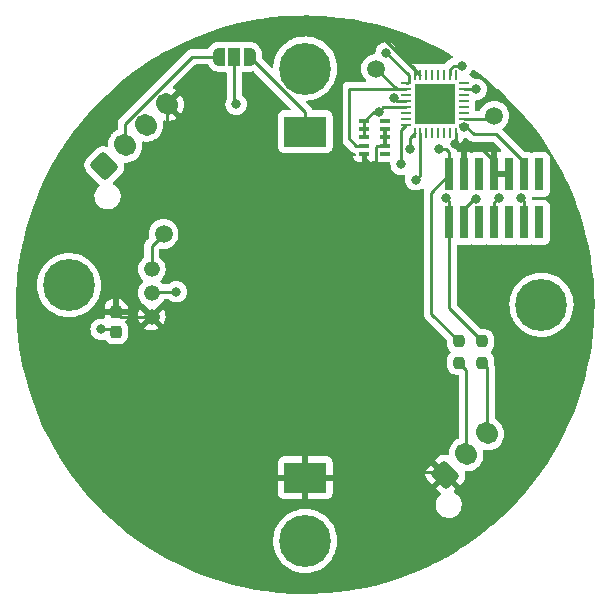
<source format=gbr>
%TF.GenerationSoftware,KiCad,Pcbnew,6.0.4-6f826c9f35~116~ubuntu20.04.1*%
%TF.CreationDate,2022-04-04T22:21:40-04:00*%
%TF.ProjectId,lab7,6c616237-2e6b-4696-9361-645f70636258,rev?*%
%TF.SameCoordinates,Original*%
%TF.FileFunction,Copper,L1,Top*%
%TF.FilePolarity,Positive*%
%FSLAX46Y46*%
G04 Gerber Fmt 4.6, Leading zero omitted, Abs format (unit mm)*
G04 Created by KiCad (PCBNEW 6.0.4-6f826c9f35~116~ubuntu20.04.1) date 2022-04-04 22:21:40*
%MOMM*%
%LPD*%
G01*
G04 APERTURE LIST*
G04 Aperture macros list*
%AMRoundRect*
0 Rectangle with rounded corners*
0 $1 Rounding radius*
0 $2 $3 $4 $5 $6 $7 $8 $9 X,Y pos of 4 corners*
0 Add a 4 corners polygon primitive as box body*
4,1,4,$2,$3,$4,$5,$6,$7,$8,$9,$2,$3,0*
0 Add four circle primitives for the rounded corners*
1,1,$1+$1,$2,$3*
1,1,$1+$1,$4,$5*
1,1,$1+$1,$6,$7*
1,1,$1+$1,$8,$9*
0 Add four rect primitives between the rounded corners*
20,1,$1+$1,$2,$3,$4,$5,0*
20,1,$1+$1,$4,$5,$6,$7,0*
20,1,$1+$1,$6,$7,$8,$9,0*
20,1,$1+$1,$8,$9,$2,$3,0*%
%AMHorizOval*
0 Thick line with rounded ends*
0 $1 width*
0 $2 $3 position (X,Y) of the first rounded end (center of the circle)*
0 $4 $5 position (X,Y) of the second rounded end (center of the circle)*
0 Add line between two ends*
20,1,$1,$2,$3,$4,$5,0*
0 Add two circle primitives to create the rounded ends*
1,1,$1,$2,$3*
1,1,$1,$4,$5*%
%AMFreePoly0*
4,1,22,0.550000,-0.750000,0.000000,-0.750000,0.000000,-0.745033,-0.079941,-0.743568,-0.215256,-0.701293,-0.333266,-0.622738,-0.424486,-0.514219,-0.481581,-0.384460,-0.499164,-0.250000,-0.500000,-0.250000,-0.500000,0.250000,-0.499164,0.250000,-0.499963,0.256109,-0.478152,0.396186,-0.417904,0.524511,-0.324060,0.630769,-0.204165,0.706417,-0.067858,0.745374,0.000000,0.744959,0.000000,0.750000,
0.550000,0.750000,0.550000,-0.750000,0.550000,-0.750000,$1*%
%AMFreePoly1*
4,1,20,0.000000,0.744959,0.073905,0.744508,0.209726,0.703889,0.328688,0.626782,0.421226,0.519385,0.479903,0.390333,0.500000,0.250000,0.500000,-0.250000,0.499851,-0.262216,0.476331,-0.402017,0.414519,-0.529596,0.319384,-0.634700,0.198574,-0.708877,0.061801,-0.746166,0.000000,-0.745033,0.000000,-0.750000,-0.550000,-0.750000,-0.550000,0.750000,0.000000,0.750000,0.000000,0.744959,
0.000000,0.744959,$1*%
G04 Aperture macros list end*
%TA.AperFunction,SMDPad,CuDef*%
%ADD10R,0.740000X2.790000*%
%TD*%
%TA.AperFunction,ComponentPad*%
%ADD11RoundRect,0.250000X0.088388X-0.936916X0.936916X-0.088388X-0.088388X0.936916X-0.936916X0.088388X0*%
%TD*%
%TA.AperFunction,ComponentPad*%
%ADD12HorizOval,1.700000X-0.088388X0.088388X0.088388X-0.088388X0*%
%TD*%
%TA.AperFunction,ComponentPad*%
%ADD13C,0.700000*%
%TD*%
%TA.AperFunction,ComponentPad*%
%ADD14C,4.400000*%
%TD*%
%TA.AperFunction,SMDPad,CuDef*%
%ADD15C,1.500000*%
%TD*%
%TA.AperFunction,SMDPad,CuDef*%
%ADD16RoundRect,0.237500X0.237500X-0.250000X0.237500X0.250000X-0.237500X0.250000X-0.237500X-0.250000X0*%
%TD*%
%TA.AperFunction,SMDPad,CuDef*%
%ADD17RoundRect,0.237500X0.237500X-0.300000X0.237500X0.300000X-0.237500X0.300000X-0.237500X-0.300000X0*%
%TD*%
%TA.AperFunction,SMDPad,CuDef*%
%ADD18R,0.900000X0.350000*%
%TD*%
%TA.AperFunction,SMDPad,CuDef*%
%ADD19RoundRect,0.062500X-0.375000X-0.062500X0.375000X-0.062500X0.375000X0.062500X-0.375000X0.062500X0*%
%TD*%
%TA.AperFunction,SMDPad,CuDef*%
%ADD20RoundRect,0.062500X-0.062500X-0.375000X0.062500X-0.375000X0.062500X0.375000X-0.062500X0.375000X0*%
%TD*%
%TA.AperFunction,SMDPad,CuDef*%
%ADD21R,3.450000X3.450000*%
%TD*%
%TA.AperFunction,SMDPad,CuDef*%
%ADD22FreePoly0,180.000000*%
%TD*%
%TA.AperFunction,SMDPad,CuDef*%
%ADD23R,1.000000X1.500000*%
%TD*%
%TA.AperFunction,SMDPad,CuDef*%
%ADD24FreePoly1,180.000000*%
%TD*%
%TA.AperFunction,SMDPad,CuDef*%
%ADD25R,3.600000X2.600000*%
%TD*%
%TA.AperFunction,ComponentPad*%
%ADD26C,1.330000*%
%TD*%
%TA.AperFunction,ViaPad*%
%ADD27C,0.800000*%
%TD*%
%TA.AperFunction,Conductor*%
%ADD28C,0.250000*%
%TD*%
G04 APERTURE END LIST*
D10*
%TO.P,U1,1,Reserved*%
%TO.N,unconnected-(U1-Pad1)*%
X169810000Y-78968000D03*
%TO.P,U1,2,Reserved*%
%TO.N,unconnected-(U1-Pad2)*%
X169810000Y-83032000D03*
%TO.P,U1,3,T_VCC*%
%TO.N,VDD*%
X168540000Y-78968000D03*
%TO.P,U1,4,SWDIO*%
%TO.N,/SWDIO*%
X168540000Y-83032000D03*
%TO.P,U1,5,GND*%
%TO.N,GND*%
X167270000Y-78968000D03*
%TO.P,U1,6,SWCLK*%
%TO.N,/SWDCLK*%
X167270000Y-83032000D03*
%TO.P,U1,7,GND*%
%TO.N,GND*%
X166000000Y-78968000D03*
%TO.P,U1,8,SWO*%
%TO.N,/SWO*%
X166000000Y-83032000D03*
%TO.P,U1,9,JRCLK*%
%TO.N,unconnected-(U1-Pad9)*%
X164730000Y-78968000D03*
%TO.P,U1,10,JTDI*%
%TO.N,unconnected-(U1-Pad10)*%
X164730000Y-83032000D03*
%TO.P,U1,11,GNDDetect*%
%TO.N,GND*%
X163460000Y-78968000D03*
%TO.P,U1,12,NRST*%
%TO.N,/NRST*%
X163460000Y-83032000D03*
%TO.P,U1,13,VCP_RX*%
%TO.N,/RX*%
X162190000Y-78968000D03*
%TO.P,U1,14,VCP_TX*%
%TO.N,/TX*%
X162190000Y-83032000D03*
%TD*%
D11*
%TO.P,J2,1,Pin_1*%
%TO.N,unconnected-(J2-Pad1)*%
X132977119Y-78280420D03*
D12*
%TO.P,J2,2,Pin_2*%
%TO.N,Net-(J2-Pad2)*%
X134744886Y-76512653D03*
%TO.P,J2,3,Pin_3*%
%TO.N,unconnected-(J2-Pad3)*%
X136512653Y-74744886D03*
%TO.P,J2,4,Pin_4*%
%TO.N,GND*%
X138280420Y-72977119D03*
%TD*%
D13*
%TO.P,H4,1*%
%TO.N,N/C*%
X151650000Y-110000000D03*
X151166726Y-111166726D03*
X150000000Y-111650000D03*
X148350000Y-110000000D03*
X148833274Y-108833274D03*
X151166726Y-108833274D03*
X148833274Y-111166726D03*
X150000000Y-108350000D03*
D14*
X150000000Y-110000000D03*
%TD*%
D11*
%TO.P,J1,1,Pin_1*%
%TO.N,GND*%
X161861002Y-104396536D03*
D12*
%TO.P,J1,2,Pin_2*%
%TO.N,Net-(J1-Pad2)*%
X163628769Y-102628769D03*
%TO.P,J1,3,Pin_3*%
%TO.N,Net-(J1-Pad3)*%
X165396536Y-100861002D03*
%TD*%
D15*
%TO.P,TP2,1,1*%
%TO.N,/oscillator*%
X156000000Y-70000000D03*
%TD*%
D16*
%TO.P,R2,1*%
%TO.N,Net-(J1-Pad2)*%
X163000000Y-94912500D03*
%TO.P,R2,2*%
%TO.N,/RX*%
X163000000Y-93087500D03*
%TD*%
%TO.P,R1,1*%
%TO.N,Net-(J1-Pad3)*%
X165000000Y-94912500D03*
%TO.P,R1,2*%
%TO.N,/TX*%
X165000000Y-93087500D03*
%TD*%
D14*
%TO.P,H3,1*%
%TO.N,N/C*%
X130000000Y-88350000D03*
D13*
X130000000Y-90000000D03*
X130000000Y-86700000D03*
X131166726Y-87183274D03*
X128833274Y-89516726D03*
X128350000Y-88350000D03*
X128833274Y-87183274D03*
X131650000Y-88350000D03*
X131166726Y-89516726D03*
%TD*%
D17*
%TO.P,C1,2*%
%TO.N,GND*%
X133985000Y-90577500D03*
%TO.P,C1,1*%
%TO.N,VDD*%
X133985000Y-92302500D03*
%TD*%
D15*
%TO.P,TP1,1,1*%
%TO.N,Net-(IC1-Pad3)*%
X138000000Y-84000000D03*
%TD*%
D13*
%TO.P,H1,1*%
%TO.N,N/C*%
X171166726Y-88833274D03*
X171650000Y-90000000D03*
X168350000Y-90000000D03*
D14*
X170000000Y-90000000D03*
D13*
X170000000Y-91650000D03*
X170000000Y-88350000D03*
X171166726Y-91166726D03*
X168833274Y-88833274D03*
X168833274Y-91166726D03*
%TD*%
D18*
%TO.P,U2,1,OE*%
%TO.N,VDD*%
X155012500Y-74437500D03*
%TO.P,U2,2,VCC*%
X155012500Y-75137500D03*
%TO.P,U2,3,VCC*%
X155012500Y-75837500D03*
%TO.P,U2,4,OUT*%
%TO.N,/oscillator*%
X155012500Y-76537500D03*
%TO.P,U2,5,GND*%
%TO.N,GND*%
X155012500Y-77237500D03*
%TO.P,U2,6,NC*%
%TO.N,unconnected-(U2-Pad6)*%
X156752500Y-77237500D03*
%TO.P,U2,7,GND*%
%TO.N,GND*%
X156752500Y-76537500D03*
%TO.P,U2,8,GND*%
X156752500Y-75837500D03*
%TO.P,U2,9,GND*%
X156752500Y-75137500D03*
%TO.P,U2,10,NC*%
%TO.N,unconnected-(U2-Pad10)*%
X156752500Y-74437500D03*
%TD*%
D14*
%TO.P,H2,1*%
%TO.N,N/C*%
X150000000Y-70000000D03*
D13*
X150000000Y-71650000D03*
X148350000Y-70000000D03*
X148833274Y-71166726D03*
X151166726Y-71166726D03*
X150000000Y-68350000D03*
X148833274Y-68833274D03*
X151650000Y-70000000D03*
X151166726Y-68833274D03*
%TD*%
D19*
%TO.P,U3,1,VDD*%
%TO.N,VDD*%
X158562500Y-71250000D03*
%TO.P,U3,2,PC14*%
%TO.N,/oscillator*%
X158562500Y-71750000D03*
%TO.P,U3,3,PC15*%
%TO.N,unconnected-(U3-Pad3)*%
X158562500Y-72250000D03*
%TO.P,U3,4,NRST*%
%TO.N,/NRST*%
X158562500Y-72750000D03*
%TO.P,U3,5,VDDA*%
%TO.N,VDD*%
X158562500Y-73250000D03*
%TO.P,U3,6,PA0*%
%TO.N,/tsl237_frequency*%
X158562500Y-73750000D03*
%TO.P,U3,7,PA1*%
%TO.N,unconnected-(U3-Pad7)*%
X158562500Y-74250000D03*
%TO.P,U3,8,PA2*%
%TO.N,/TX*%
X158562500Y-74750000D03*
D20*
%TO.P,U3,9,PA3*%
%TO.N,/RX*%
X159250000Y-75437500D03*
%TO.P,U3,10,PA4*%
%TO.N,/sensor_pwr*%
X159750000Y-75437500D03*
%TO.P,U3,11,PA5*%
%TO.N,unconnected-(U3-Pad11)*%
X160250000Y-75437500D03*
%TO.P,U3,12,PA6*%
%TO.N,unconnected-(U3-Pad12)*%
X160750000Y-75437500D03*
%TO.P,U3,13,PA7*%
%TO.N,unconnected-(U3-Pad13)*%
X161250000Y-75437500D03*
%TO.P,U3,14,PB0*%
%TO.N,unconnected-(U3-Pad14)*%
X161750000Y-75437500D03*
%TO.P,U3,15,PB1*%
%TO.N,unconnected-(U3-Pad15)*%
X162250000Y-75437500D03*
%TO.P,U3,16,VSS*%
%TO.N,GND*%
X162750000Y-75437500D03*
D19*
%TO.P,U3,17,VDD*%
%TO.N,VDD*%
X163437500Y-74750000D03*
%TO.P,U3,18,PA8*%
%TO.N,/CLKOUT*%
X163437500Y-74250000D03*
%TO.P,U3,19,PA9*%
%TO.N,unconnected-(U3-Pad19)*%
X163437500Y-73750000D03*
%TO.P,U3,20,PA10*%
%TO.N,unconnected-(U3-Pad20)*%
X163437500Y-73250000D03*
%TO.P,U3,21,PA11*%
%TO.N,unconnected-(U3-Pad21)*%
X163437500Y-72750000D03*
%TO.P,U3,22,PA12*%
%TO.N,unconnected-(U3-Pad22)*%
X163437500Y-72250000D03*
%TO.P,U3,23,PA13*%
%TO.N,/SWDIO*%
X163437500Y-71750000D03*
%TO.P,U3,24,PA14*%
%TO.N,/SDWCLK*%
X163437500Y-71250000D03*
D20*
%TO.P,U3,25,PA15*%
%TO.N,unconnected-(U3-Pad25)*%
X162750000Y-70562500D03*
%TO.P,U3,26,PB3*%
%TO.N,/SWO*%
X162250000Y-70562500D03*
%TO.P,U3,27,PB4*%
%TO.N,unconnected-(U3-Pad27)*%
X161750000Y-70562500D03*
%TO.P,U3,28,PB5*%
%TO.N,unconnected-(U3-Pad28)*%
X161250000Y-70562500D03*
%TO.P,U3,29,PB6*%
%TO.N,unconnected-(U3-Pad29)*%
X160750000Y-70562500D03*
%TO.P,U3,30,PB7*%
%TO.N,unconnected-(U3-Pad30)*%
X160250000Y-70562500D03*
%TO.P,U3,31,PH3*%
%TO.N,GND*%
X159750000Y-70562500D03*
%TO.P,U3,32,VSS*%
X159250000Y-70562500D03*
D21*
%TO.P,U3,33,VSS*%
X161000000Y-73000000D03*
%TD*%
D15*
%TO.P,TP3,1,1*%
%TO.N,/CLKOUT*%
X166000000Y-74000000D03*
%TD*%
D22*
%TO.P,JP1,1,A*%
%TO.N,Net-(BT1-Pad1)*%
X145300000Y-69000000D03*
D23*
%TO.P,JP1,2,C*%
%TO.N,VDD*%
X144000000Y-69000000D03*
D24*
%TO.P,JP1,3,B*%
%TO.N,Net-(J2-Pad2)*%
X142700000Y-69000000D03*
%TD*%
D25*
%TO.P,BT1,1,+*%
%TO.N,Net-(BT1-Pad1)*%
X150000000Y-75350000D03*
%TO.P,BT1,2,-*%
%TO.N,GND*%
X150000000Y-104650000D03*
%TD*%
D26*
%TO.P,IC1,1,GND*%
%TO.N,GND*%
X137000000Y-91000000D03*
%TO.P,IC1,2,VDD*%
%TO.N,/sensor_pwr*%
X137000000Y-89000000D03*
%TO.P,IC1,3,OUT*%
%TO.N,Net-(IC1-Pad3)*%
X137000000Y-87000000D03*
%TD*%
D27*
%TO.N,GND*%
X160020000Y-74295000D03*
X157480000Y-79375000D03*
X153035000Y-67310000D03*
X162668843Y-76370411D03*
%TO.N,VDD*%
X163469176Y-74978703D03*
%TO.N,/NRST*%
X164465000Y-81037498D03*
X157480000Y-72474500D03*
%TO.N,VDD*%
X156845000Y-68669500D03*
%TO.N,GND*%
X156210000Y-78740000D03*
X153035000Y-80010000D03*
X134074500Y-88265000D03*
X139259799Y-78934799D03*
%TO.N,VDD*%
X132715000Y-92075000D03*
X144145000Y-73025000D03*
%TO.N,/sensor_pwr*%
X139065000Y-88900000D03*
X159348950Y-79411050D03*
%TO.N,/RX*%
X158839500Y-76835000D03*
X161290000Y-76835000D03*
%TO.N,VDD*%
X156210000Y-73660000D03*
%TO.N,/TX*%
X158115000Y-78105000D03*
X161925000Y-80962502D03*
%TO.N,/SWO*%
X163308893Y-69749506D03*
X166370000Y-80962502D03*
%TO.N,/SWDIO*%
X164465000Y-71755000D03*
X168275000Y-80962502D03*
%TD*%
D28*
%TO.N,GND*%
X159250000Y-70562500D02*
X159250000Y-70049886D01*
X159250000Y-70049886D02*
X156510114Y-67310000D01*
X159750000Y-70562500D02*
X159750000Y-70549886D01*
X159750000Y-70549886D02*
X156510114Y-67310000D01*
X156510114Y-67310000D02*
X153035000Y-67310000D01*
X153035000Y-69215000D02*
X153035000Y-80010000D01*
%TO.N,VDD*%
X158562500Y-73250000D02*
X156620000Y-73250000D01*
X156620000Y-73250000D02*
X156210000Y-73660000D01*
%TO.N,/NRST*%
X157480000Y-72474500D02*
X157755500Y-72750000D01*
X157755500Y-72750000D02*
X158562500Y-72750000D01*
%TO.N,GND*%
X161000000Y-73315000D02*
X160020000Y-74295000D01*
X161000000Y-73000000D02*
X161000000Y-73315000D01*
X153035000Y-76835000D02*
X153035000Y-67310000D01*
X153670000Y-77470000D02*
X153035000Y-76835000D01*
X157480000Y-79375000D02*
X155575000Y-79375000D01*
X155575000Y-79375000D02*
X153670000Y-77470000D01*
X166000000Y-78968000D02*
X166000000Y-77823978D01*
X166000000Y-77823978D02*
X164546433Y-76370411D01*
X164546433Y-76370411D02*
X162668843Y-76370411D01*
X162668843Y-76370411D02*
X163460000Y-77161568D01*
X163460000Y-77161568D02*
X163460000Y-78968000D01*
X156752500Y-75137500D02*
X156752500Y-75837500D01*
X156752500Y-75837500D02*
X156752500Y-76537500D01*
%TO.N,/CLKOUT*%
X163437500Y-74250000D02*
X165750000Y-74250000D01*
X165750000Y-74250000D02*
X166000000Y-74000000D01*
%TO.N,VDD*%
X155012500Y-75137500D02*
X155012500Y-74437500D01*
X155012500Y-75837500D02*
X155012500Y-75137500D01*
X163437500Y-74947027D02*
X163469176Y-74978703D01*
X163437500Y-74750000D02*
X163437500Y-74947027D01*
%TO.N,GND*%
X162750000Y-76289254D02*
X162668843Y-76370411D01*
X162750000Y-75437500D02*
X162750000Y-76289254D01*
%TO.N,/NRST*%
X164310480Y-81037498D02*
X163460000Y-81887978D01*
X163460000Y-81887978D02*
X163460000Y-83032000D01*
X164465000Y-81037498D02*
X164310480Y-81037498D01*
%TO.N,GND*%
X156752500Y-76537500D02*
X156052500Y-76537500D01*
X156052500Y-76537500D02*
X155977989Y-76612011D01*
X155977989Y-76612011D02*
X155977989Y-78507989D01*
%TO.N,VDD*%
X158620000Y-71250000D02*
X158750000Y-71120000D01*
X158562500Y-71250000D02*
X158620000Y-71250000D01*
X158750000Y-71120000D02*
X158750000Y-70574500D01*
X158750000Y-70574500D02*
X156845000Y-68669500D01*
%TO.N,/oscillator*%
X153670000Y-75895000D02*
X153670000Y-71755000D01*
X154312500Y-76537500D02*
X153670000Y-75895000D01*
X155012500Y-76537500D02*
X154312500Y-76537500D01*
X153670000Y-71755000D02*
X153675000Y-71750000D01*
X153675000Y-71750000D02*
X158562500Y-71750000D01*
%TO.N,GND*%
X155012500Y-77237500D02*
X155012500Y-77542500D01*
X155012500Y-77542500D02*
X156210000Y-78740000D01*
X155977989Y-78507989D02*
X156210000Y-78740000D01*
X139454598Y-78740000D02*
X156210000Y-78740000D01*
X139259799Y-78934799D02*
X139454598Y-78740000D01*
X153035000Y-80010000D02*
X153035000Y-104140000D01*
X153035000Y-104140000D02*
X161604466Y-104140000D01*
X161604466Y-104140000D02*
X161861002Y-104396536D01*
X153035000Y-104140000D02*
X152525000Y-104650000D01*
X152525000Y-104650000D02*
X150000000Y-104650000D01*
X136170000Y-90170000D02*
X135255000Y-90170000D01*
X137000000Y-91000000D02*
X136170000Y-90170000D01*
X135255000Y-90170000D02*
X134074500Y-88989500D01*
X134074500Y-88989500D02*
X134074500Y-88265000D01*
X134074500Y-88265000D02*
X134074500Y-90488000D01*
X134074500Y-90488000D02*
X133985000Y-90577500D01*
X138280420Y-72977119D02*
X138280420Y-77955420D01*
X138280420Y-77955420D02*
X139259799Y-78934799D01*
%TO.N,VDD*%
X144000000Y-69000000D02*
X144000000Y-72880000D01*
X144000000Y-72880000D02*
X144145000Y-73025000D01*
X133757500Y-92075000D02*
X133985000Y-92302500D01*
X132715000Y-92075000D02*
X133757500Y-92075000D01*
%TO.N,/sensor_pwr*%
X159750000Y-75437500D02*
X159750000Y-79010000D01*
X137100000Y-88900000D02*
X137000000Y-89000000D01*
X159750000Y-79010000D02*
X159348950Y-79411050D01*
X139065000Y-88900000D02*
X137100000Y-88900000D01*
%TO.N,/RX*%
X162190000Y-77100000D02*
X161925000Y-76835000D01*
X158839500Y-76835000D02*
X158839500Y-75848000D01*
X162190000Y-78968000D02*
X162190000Y-77100000D01*
X161925000Y-76835000D02*
X161290000Y-76835000D01*
X158839500Y-75848000D02*
X159250000Y-75437500D01*
%TO.N,/TX*%
X162190000Y-83032000D02*
X162190000Y-90277500D01*
X162190000Y-90277500D02*
X165000000Y-93087500D01*
%TO.N,/RX*%
X162190000Y-78968000D02*
X160655000Y-80503000D01*
X160655000Y-80503000D02*
X160655000Y-90742500D01*
X160655000Y-90742500D02*
X163000000Y-93087500D01*
%TO.N,Net-(J1-Pad2)*%
X163000000Y-94912500D02*
X163628769Y-95541269D01*
X163628769Y-95541269D02*
X163628769Y-102628769D01*
%TO.N,Net-(J1-Pad3)*%
X165000000Y-94912500D02*
X165396536Y-95309036D01*
X165396536Y-95309036D02*
X165396536Y-100861002D01*
%TO.N,VDD*%
X156210000Y-73660000D02*
X155790000Y-73660000D01*
X155790000Y-73660000D02*
X155012500Y-74437500D01*
%TO.N,/oscillator*%
X158562500Y-71750000D02*
X157750000Y-71750000D01*
X157750000Y-71750000D02*
X156000000Y-70000000D01*
%TO.N,/TX*%
X162190000Y-83032000D02*
X162190000Y-81227502D01*
X162190000Y-81227502D02*
X161925000Y-80962502D01*
X158115000Y-78105000D02*
X158115000Y-75197500D01*
X158115000Y-75197500D02*
X158562500Y-74750000D01*
%TO.N,/SWO*%
X162578166Y-69749506D02*
X162250000Y-70077672D01*
X166000000Y-83032000D02*
X166000000Y-81332502D01*
X166000000Y-81332502D02*
X166370000Y-80962502D01*
X163308893Y-69749506D02*
X162578166Y-69749506D01*
X162250000Y-70077672D02*
X162250000Y-70562500D01*
%TO.N,/SWDIO*%
X168540000Y-83032000D02*
X168540000Y-81227502D01*
X168540000Y-81227502D02*
X168275000Y-80962502D01*
X164465000Y-71755000D02*
X163442500Y-71755000D01*
X163442500Y-71755000D02*
X163437500Y-71750000D01*
%TO.N,VDD*%
X168540000Y-78968000D02*
X168540000Y-77943000D01*
X168540000Y-77943000D02*
X166162000Y-75565000D01*
X166162000Y-75565000D02*
X164252500Y-75565000D01*
X164252500Y-75565000D02*
X163437500Y-74750000D01*
%TO.N,GND*%
X137000000Y-91000000D02*
X134407500Y-91000000D01*
X134407500Y-91000000D02*
X133985000Y-90577500D01*
%TO.N,Net-(J2-Pad2)*%
X142700000Y-69000000D02*
X140419741Y-69000000D01*
X134744886Y-74674855D02*
X134744886Y-76512653D01*
X140419741Y-69000000D02*
X134744886Y-74674855D01*
%TO.N,Net-(BT1-Pad1)*%
X145300000Y-69000000D02*
X150000000Y-73700000D01*
X150000000Y-73700000D02*
X150000000Y-75350000D01*
%TO.N,Net-(IC1-Pad3)*%
X137000000Y-87000000D02*
X137000000Y-85000000D01*
X137000000Y-85000000D02*
X138000000Y-84000000D01*
%TD*%
%TA.AperFunction,Conductor*%
%TO.N,GND*%
G36*
X150130753Y-65508900D02*
G01*
X150600726Y-65520796D01*
X151108510Y-65533649D01*
X151113529Y-65533877D01*
X151550067Y-65562489D01*
X152089465Y-65597844D01*
X152094504Y-65598276D01*
X153067086Y-65701357D01*
X153072104Y-65701991D01*
X153600071Y-65779483D01*
X154039757Y-65844018D01*
X154044718Y-65844848D01*
X154407862Y-65913136D01*
X155005945Y-66025605D01*
X155010896Y-66026640D01*
X155964031Y-66245813D01*
X155968936Y-66247045D01*
X156912525Y-66504297D01*
X156917377Y-66505725D01*
X157849874Y-66800634D01*
X157854664Y-66802255D01*
X158701229Y-67107872D01*
X158774598Y-67134359D01*
X158779320Y-67136172D01*
X159685151Y-67504913D01*
X159689796Y-67506913D01*
X160580140Y-67911729D01*
X160584701Y-67913915D01*
X160782731Y-68013730D01*
X161458042Y-68354115D01*
X161462488Y-68356467D01*
X162054168Y-68685117D01*
X162317502Y-68831386D01*
X162321873Y-68833930D01*
X162440008Y-68905898D01*
X162487777Y-68958421D01*
X162499568Y-69028431D01*
X162471635Y-69093703D01*
X162418764Y-69129506D01*
X162419368Y-69131032D01*
X162378258Y-69147308D01*
X162367031Y-69151152D01*
X162324573Y-69163488D01*
X162317747Y-69167525D01*
X162307138Y-69173799D01*
X162289390Y-69182494D01*
X162270549Y-69189954D01*
X162264133Y-69194616D01*
X162264132Y-69194616D01*
X162234779Y-69215942D01*
X162224858Y-69222458D01*
X162186804Y-69244964D01*
X162181197Y-69250570D01*
X162172481Y-69259286D01*
X162157448Y-69272126D01*
X162141059Y-69284034D01*
X162136007Y-69290141D01*
X162112878Y-69318099D01*
X162104888Y-69326880D01*
X161857741Y-69574026D01*
X161849460Y-69581561D01*
X161842982Y-69585672D01*
X161840481Y-69588335D01*
X161776990Y-69615595D01*
X161761914Y-69616500D01*
X161662095Y-69616501D01*
X161650076Y-69616501D01*
X161645991Y-69617039D01*
X161645987Y-69617039D01*
X161579656Y-69625771D01*
X161538439Y-69631197D01*
X161531974Y-69633875D01*
X161468026Y-69633875D01*
X161461561Y-69631197D01*
X161367992Y-69618879D01*
X161354012Y-69617038D01*
X161354011Y-69617038D01*
X161349925Y-69616500D01*
X161250013Y-69616500D01*
X161150076Y-69616501D01*
X161145991Y-69617039D01*
X161145987Y-69617039D01*
X161079656Y-69625771D01*
X161038439Y-69631197D01*
X161031974Y-69633875D01*
X160968026Y-69633875D01*
X160961561Y-69631197D01*
X160867992Y-69618879D01*
X160854012Y-69617038D01*
X160854011Y-69617038D01*
X160849925Y-69616500D01*
X160750013Y-69616500D01*
X160650076Y-69616501D01*
X160645991Y-69617039D01*
X160645987Y-69617039D01*
X160579656Y-69625771D01*
X160538439Y-69631197D01*
X160531974Y-69633875D01*
X160468026Y-69633875D01*
X160461561Y-69631197D01*
X160367992Y-69618879D01*
X160354012Y-69617038D01*
X160354011Y-69617038D01*
X160349925Y-69616500D01*
X160250013Y-69616500D01*
X160150076Y-69616501D01*
X160145991Y-69617039D01*
X160145987Y-69617039D01*
X160105248Y-69622402D01*
X160038439Y-69631197D01*
X160031344Y-69634136D01*
X159966418Y-69634136D01*
X159953244Y-69630606D01*
X159853981Y-69617538D01*
X159845772Y-69617000D01*
X159654228Y-69617000D01*
X159646019Y-69617538D01*
X159546761Y-69630606D01*
X159532611Y-69634397D01*
X159467389Y-69634397D01*
X159453239Y-69630606D01*
X159353981Y-69617538D01*
X159345772Y-69617000D01*
X159154228Y-69617000D01*
X159146019Y-69617538D01*
X159046758Y-69630606D01*
X159030940Y-69634844D01*
X158907414Y-69686010D01*
X158896049Y-69692572D01*
X158827054Y-69709311D01*
X158759962Y-69686092D01*
X158743960Y-69672556D01*
X157792120Y-68720715D01*
X157758096Y-68658405D01*
X157755907Y-68644792D01*
X157755411Y-68640067D01*
X157746154Y-68551998D01*
X157739232Y-68486135D01*
X157739232Y-68486133D01*
X157738542Y-68479572D01*
X157679527Y-68297944D01*
X157669320Y-68280264D01*
X157615656Y-68187317D01*
X157584040Y-68132556D01*
X157456253Y-67990634D01*
X157301752Y-67878382D01*
X157295724Y-67875698D01*
X157295722Y-67875697D01*
X157133319Y-67803391D01*
X157133318Y-67803391D01*
X157127288Y-67800706D01*
X157033887Y-67780853D01*
X156946944Y-67762372D01*
X156946939Y-67762372D01*
X156940487Y-67761000D01*
X156749513Y-67761000D01*
X156743061Y-67762372D01*
X156743056Y-67762372D01*
X156656113Y-67780853D01*
X156562712Y-67800706D01*
X156556682Y-67803391D01*
X156556681Y-67803391D01*
X156394278Y-67875697D01*
X156394276Y-67875698D01*
X156388248Y-67878382D01*
X156233747Y-67990634D01*
X156105960Y-68132556D01*
X156074344Y-68187317D01*
X156020681Y-68280264D01*
X156010473Y-68297944D01*
X155951458Y-68479572D01*
X155950768Y-68486133D01*
X155950768Y-68486135D01*
X155946172Y-68529869D01*
X155934589Y-68640069D01*
X155907577Y-68705724D01*
X155849356Y-68746354D01*
X155820262Y-68752418D01*
X155780629Y-68755885D01*
X155567924Y-68812880D01*
X155474562Y-68856415D01*
X155373334Y-68903618D01*
X155373329Y-68903621D01*
X155368347Y-68905944D01*
X155363840Y-68909100D01*
X155363838Y-68909101D01*
X155192473Y-69029092D01*
X155192470Y-69029094D01*
X155187962Y-69032251D01*
X155032251Y-69187962D01*
X155029094Y-69192470D01*
X155029092Y-69192473D01*
X154933560Y-69328907D01*
X154905944Y-69368347D01*
X154903621Y-69373329D01*
X154903618Y-69373334D01*
X154856415Y-69474562D01*
X154812880Y-69567924D01*
X154755885Y-69780629D01*
X154736693Y-70000000D01*
X154755885Y-70219371D01*
X154812880Y-70432076D01*
X154853766Y-70519757D01*
X154903618Y-70626666D01*
X154903621Y-70626671D01*
X154905944Y-70631653D01*
X154909100Y-70636160D01*
X154909101Y-70636162D01*
X155024881Y-70801512D01*
X155032251Y-70812038D01*
X155121618Y-70901405D01*
X155155644Y-70963717D01*
X155150579Y-71034532D01*
X155108032Y-71091368D01*
X155041512Y-71116179D01*
X155032523Y-71116500D01*
X153753767Y-71116500D01*
X153742584Y-71115973D01*
X153735091Y-71114298D01*
X153727165Y-71114547D01*
X153727164Y-71114547D01*
X153667014Y-71116438D01*
X153663055Y-71116500D01*
X153635144Y-71116500D01*
X153631210Y-71116997D01*
X153631209Y-71116997D01*
X153631144Y-71117005D01*
X153619307Y-71117938D01*
X153587049Y-71118952D01*
X153583030Y-71119078D01*
X153575111Y-71119327D01*
X153555657Y-71124979D01*
X153536300Y-71128987D01*
X153524070Y-71130532D01*
X153524069Y-71130532D01*
X153516203Y-71131526D01*
X153508832Y-71134445D01*
X153508830Y-71134445D01*
X153475088Y-71147804D01*
X153463858Y-71151649D01*
X153432144Y-71160863D01*
X153421407Y-71163982D01*
X153414581Y-71168019D01*
X153403970Y-71174294D01*
X153386223Y-71182988D01*
X153367383Y-71190448D01*
X153360972Y-71195106D01*
X153331613Y-71216436D01*
X153321693Y-71222952D01*
X153290465Y-71241420D01*
X153290462Y-71241422D01*
X153283638Y-71245458D01*
X153277751Y-71251345D01*
X153269466Y-71258885D01*
X153262982Y-71263000D01*
X153257552Y-71268783D01*
X153251447Y-71273833D01*
X153251270Y-71273619D01*
X153246225Y-71278067D01*
X153244308Y-71279868D01*
X153237893Y-71284528D01*
X153232840Y-71290636D01*
X153209711Y-71318594D01*
X153201722Y-71327373D01*
X153193865Y-71335230D01*
X153191385Y-71338427D01*
X153183682Y-71347447D01*
X153153414Y-71379679D01*
X153149593Y-71386630D01*
X153149592Y-71386631D01*
X153145530Y-71394019D01*
X153141506Y-71400825D01*
X153140921Y-71401747D01*
X153135867Y-71407856D01*
X153133698Y-71412466D01*
X153131222Y-71415990D01*
X153120386Y-71429959D01*
X153117236Y-71437237D01*
X153117236Y-71437238D01*
X153102826Y-71470537D01*
X153097609Y-71481187D01*
X153076305Y-71519940D01*
X153074334Y-71527615D01*
X153074334Y-71527616D01*
X153071267Y-71539562D01*
X153064863Y-71558266D01*
X153056819Y-71576855D01*
X153055580Y-71584678D01*
X153055577Y-71584688D01*
X153049901Y-71620524D01*
X153047495Y-71632144D01*
X153042891Y-71650076D01*
X153036500Y-71674970D01*
X153036500Y-71695224D01*
X153034949Y-71714934D01*
X153031780Y-71734943D01*
X153032526Y-71742835D01*
X153035941Y-71778961D01*
X153036500Y-71790819D01*
X153036500Y-75816233D01*
X153035973Y-75827416D01*
X153034298Y-75834909D01*
X153034547Y-75842835D01*
X153034547Y-75842836D01*
X153036438Y-75902986D01*
X153036500Y-75906945D01*
X153036500Y-75934856D01*
X153036997Y-75938790D01*
X153036997Y-75938791D01*
X153037005Y-75938856D01*
X153037938Y-75950693D01*
X153039327Y-75994889D01*
X153044978Y-76014339D01*
X153048987Y-76033700D01*
X153050233Y-76043559D01*
X153051526Y-76053797D01*
X153054445Y-76061168D01*
X153054445Y-76061170D01*
X153067804Y-76094912D01*
X153071649Y-76106142D01*
X153083982Y-76148593D01*
X153088015Y-76155412D01*
X153088017Y-76155417D01*
X153094293Y-76166028D01*
X153102988Y-76183776D01*
X153110448Y-76202617D01*
X153115110Y-76209033D01*
X153115110Y-76209034D01*
X153136436Y-76238387D01*
X153142952Y-76248307D01*
X153146388Y-76254116D01*
X153165458Y-76286362D01*
X153179779Y-76300683D01*
X153192619Y-76315716D01*
X153204528Y-76332107D01*
X153235697Y-76357892D01*
X153238605Y-76360298D01*
X153247384Y-76368288D01*
X153808843Y-76929747D01*
X153816387Y-76938037D01*
X153820500Y-76944518D01*
X153826277Y-76949943D01*
X153870167Y-76991158D01*
X153873009Y-76993913D01*
X153892730Y-77013634D01*
X153895925Y-77016112D01*
X153904947Y-77023818D01*
X153937179Y-77054086D01*
X153944128Y-77057906D01*
X153954932Y-77063846D01*
X153971456Y-77074699D01*
X153987459Y-77087113D01*
X154028043Y-77104676D01*
X154038673Y-77109883D01*
X154077440Y-77131195D01*
X154085117Y-77133166D01*
X154085122Y-77133168D01*
X154097058Y-77136232D01*
X154115766Y-77142637D01*
X154134355Y-77150681D01*
X154142183Y-77151921D01*
X154142190Y-77151923D01*
X154178024Y-77157599D01*
X154189643Y-77160005D01*
X154206988Y-77164458D01*
X154267995Y-77200771D01*
X154299685Y-77264302D01*
X154291997Y-77334882D01*
X154247371Y-77390100D01*
X154175656Y-77412500D01*
X154072616Y-77412500D01*
X154057377Y-77416975D01*
X154056172Y-77418365D01*
X154054501Y-77426048D01*
X154054501Y-77457169D01*
X154054871Y-77463990D01*
X154060395Y-77514852D01*
X154064021Y-77530104D01*
X154109176Y-77650554D01*
X154117714Y-77666149D01*
X154194215Y-77768224D01*
X154206776Y-77780785D01*
X154308851Y-77857286D01*
X154324446Y-77865824D01*
X154444894Y-77910978D01*
X154460149Y-77914605D01*
X154511014Y-77920131D01*
X154517828Y-77920500D01*
X154819385Y-77920500D01*
X154834624Y-77916025D01*
X154835829Y-77914635D01*
X154837500Y-77906952D01*
X154837500Y-77430614D01*
X154823372Y-77382497D01*
X154823372Y-77311501D01*
X154861756Y-77251775D01*
X154926337Y-77222282D01*
X154944268Y-77221000D01*
X155061500Y-77221000D01*
X155129621Y-77241002D01*
X155176114Y-77294658D01*
X155187500Y-77347000D01*
X155187500Y-77902384D01*
X155191975Y-77917623D01*
X155193365Y-77918828D01*
X155201048Y-77920499D01*
X155507169Y-77920499D01*
X155513990Y-77920129D01*
X155564852Y-77914605D01*
X155580104Y-77910979D01*
X155700554Y-77865824D01*
X155716149Y-77857286D01*
X155806518Y-77789558D01*
X155873025Y-77764710D01*
X155942407Y-77779763D01*
X155957648Y-77789558D01*
X155962888Y-77793485D01*
X156055795Y-77863115D01*
X156192184Y-77914245D01*
X156254366Y-77921000D01*
X157080898Y-77921000D01*
X157149019Y-77941002D01*
X157195512Y-77994658D01*
X157206208Y-78060170D01*
X157201496Y-78105000D01*
X157202186Y-78111565D01*
X157220628Y-78287028D01*
X157221458Y-78294928D01*
X157280473Y-78476556D01*
X157375960Y-78641944D01*
X157380378Y-78646851D01*
X157380379Y-78646852D01*
X157438250Y-78711124D01*
X157503747Y-78783866D01*
X157581009Y-78840000D01*
X157624797Y-78871814D01*
X157658248Y-78896118D01*
X157664276Y-78898802D01*
X157664278Y-78898803D01*
X157780608Y-78950596D01*
X157832712Y-78973794D01*
X157897203Y-78987502D01*
X158013056Y-79012128D01*
X158013061Y-79012128D01*
X158019513Y-79013500D01*
X158210487Y-79013500D01*
X158216940Y-79012128D01*
X158216953Y-79012127D01*
X158332574Y-78987550D01*
X158403364Y-78992951D01*
X158459997Y-79035768D01*
X158484491Y-79102405D01*
X158478604Y-79149732D01*
X158455408Y-79221122D01*
X158454718Y-79227683D01*
X158454718Y-79227685D01*
X158440929Y-79358878D01*
X158435446Y-79411050D01*
X158436136Y-79417615D01*
X158448546Y-79535686D01*
X158455408Y-79600978D01*
X158514423Y-79782606D01*
X158609910Y-79947994D01*
X158614328Y-79952901D01*
X158614329Y-79952902D01*
X158674391Y-80019608D01*
X158737697Y-80089916D01*
X158743664Y-80094251D01*
X158885333Y-80197180D01*
X158892198Y-80202168D01*
X158898226Y-80204852D01*
X158898228Y-80204853D01*
X159060631Y-80277159D01*
X159066662Y-80279844D01*
X159148155Y-80297166D01*
X159247006Y-80318178D01*
X159247011Y-80318178D01*
X159253463Y-80319550D01*
X159444437Y-80319550D01*
X159450889Y-80318178D01*
X159450894Y-80318178D01*
X159549745Y-80297166D01*
X159631238Y-80279844D01*
X159637269Y-80277159D01*
X159799672Y-80204853D01*
X159799674Y-80204852D01*
X159805702Y-80202168D01*
X159812568Y-80197180D01*
X159854921Y-80166408D01*
X159921788Y-80142550D01*
X159990940Y-80158630D01*
X160040420Y-80209543D01*
X160054520Y-80279126D01*
X160046772Y-80309853D01*
X160047178Y-80309971D01*
X160044967Y-80317581D01*
X160041819Y-80324855D01*
X160040580Y-80332678D01*
X160040577Y-80332688D01*
X160034901Y-80368524D01*
X160032495Y-80380144D01*
X160021500Y-80422970D01*
X160021500Y-80443224D01*
X160019949Y-80462934D01*
X160016780Y-80482943D01*
X160017526Y-80490835D01*
X160020941Y-80526961D01*
X160021500Y-80538819D01*
X160021500Y-90663733D01*
X160020973Y-90674916D01*
X160019298Y-90682409D01*
X160019547Y-90690335D01*
X160019547Y-90690336D01*
X160021438Y-90750486D01*
X160021500Y-90754445D01*
X160021500Y-90782356D01*
X160021997Y-90786290D01*
X160021997Y-90786291D01*
X160022005Y-90786356D01*
X160022938Y-90798193D01*
X160024327Y-90842389D01*
X160029978Y-90861839D01*
X160033987Y-90881200D01*
X160036526Y-90901297D01*
X160039445Y-90908668D01*
X160039445Y-90908670D01*
X160052804Y-90942412D01*
X160056649Y-90953642D01*
X160068982Y-90996093D01*
X160073015Y-91002912D01*
X160073017Y-91002917D01*
X160079293Y-91013528D01*
X160087988Y-91031276D01*
X160095448Y-91050117D01*
X160100110Y-91056533D01*
X160100110Y-91056534D01*
X160121436Y-91085887D01*
X160127952Y-91095807D01*
X160150458Y-91133862D01*
X160164779Y-91148183D01*
X160177619Y-91163216D01*
X160189528Y-91179607D01*
X160220022Y-91204834D01*
X160223605Y-91207798D01*
X160232384Y-91215788D01*
X161979595Y-92963000D01*
X162013621Y-93025312D01*
X162016500Y-93052095D01*
X162016500Y-93387072D01*
X162027293Y-93491093D01*
X162082346Y-93656107D01*
X162173884Y-93804031D01*
X162179066Y-93809204D01*
X162280786Y-93910747D01*
X162314865Y-93973030D01*
X162309862Y-94043850D01*
X162280941Y-94088937D01*
X162178246Y-94191812D01*
X162178242Y-94191817D01*
X162173071Y-94196997D01*
X162169231Y-94203227D01*
X162169230Y-94203228D01*
X162086364Y-94337662D01*
X162081791Y-94345080D01*
X162027026Y-94510191D01*
X162016500Y-94612928D01*
X162016500Y-95212072D01*
X162016837Y-95215318D01*
X162016837Y-95215322D01*
X162021399Y-95259283D01*
X162027293Y-95316093D01*
X162029474Y-95322629D01*
X162029474Y-95322631D01*
X162050070Y-95384363D01*
X162082346Y-95481107D01*
X162173884Y-95629031D01*
X162179066Y-95634204D01*
X162291816Y-95746758D01*
X162291821Y-95746762D01*
X162296997Y-95751929D01*
X162445080Y-95843209D01*
X162610191Y-95897974D01*
X162617027Y-95898674D01*
X162617030Y-95898675D01*
X162668526Y-95903951D01*
X162712928Y-95908500D01*
X162869269Y-95908500D01*
X162937390Y-95928502D01*
X162983883Y-95982158D01*
X162995269Y-96034500D01*
X162995269Y-101216011D01*
X162975267Y-101284132D01*
X162927936Y-101327520D01*
X162810537Y-101389286D01*
X162805814Y-101391771D01*
X162622788Y-101531959D01*
X162619156Y-101535874D01*
X162619152Y-101535878D01*
X162477945Y-101688102D01*
X162465998Y-101700981D01*
X162339927Y-101894003D01*
X162337801Y-101898904D01*
X162337800Y-101898906D01*
X162313948Y-101953893D01*
X162248182Y-102105508D01*
X162246914Y-102110690D01*
X162194653Y-102324263D01*
X162194652Y-102324269D01*
X162193385Y-102329447D01*
X162193008Y-102334771D01*
X162183526Y-102468695D01*
X162177102Y-102559418D01*
X162177628Y-102564731D01*
X162181692Y-102605812D01*
X162168494Y-102675571D01*
X162119676Y-102727120D01*
X162050738Y-102744094D01*
X162027426Y-102740863D01*
X161867454Y-102703196D01*
X161853009Y-102701524D01*
X161690892Y-102701665D01*
X161676456Y-102703361D01*
X161518719Y-102740794D01*
X161505055Y-102745767D01*
X161359769Y-102818679D01*
X161348286Y-102826108D01*
X161274733Y-102885990D01*
X161269960Y-102890300D01*
X161004780Y-103155480D01*
X160997166Y-103169424D01*
X160997297Y-103171257D01*
X161001548Y-103177872D01*
X163076434Y-105252758D01*
X163090378Y-105260372D01*
X163092211Y-105260241D01*
X163098825Y-105255990D01*
X163367208Y-104987607D01*
X163371576Y-104982762D01*
X163432155Y-104908158D01*
X163439586Y-104896633D01*
X163512237Y-104751238D01*
X163517187Y-104737564D01*
X163554342Y-104579765D01*
X163556014Y-104565320D01*
X163555873Y-104403203D01*
X163554177Y-104388767D01*
X163516345Y-104229350D01*
X163520077Y-104158452D01*
X163561547Y-104100826D01*
X163627589Y-104074768D01*
X163641909Y-104074291D01*
X163691414Y-104075458D01*
X163800391Y-104078026D01*
X163962651Y-104054210D01*
X164023214Y-104045321D01*
X164023216Y-104045321D01*
X164028493Y-104044546D01*
X164247693Y-103973112D01*
X164451724Y-103865767D01*
X164455962Y-103862521D01*
X164630507Y-103728829D01*
X164630508Y-103728828D01*
X164634750Y-103725579D01*
X164638382Y-103721664D01*
X164638386Y-103721660D01*
X164787912Y-103560468D01*
X164791540Y-103556557D01*
X164804260Y-103537082D01*
X164914689Y-103368009D01*
X164914690Y-103368008D01*
X164917611Y-103363535D01*
X165009356Y-103152030D01*
X165019164Y-103111946D01*
X165062885Y-102933275D01*
X165062886Y-102933269D01*
X165064153Y-102928091D01*
X165069289Y-102855548D01*
X165080059Y-102703448D01*
X165080059Y-102703445D01*
X165080436Y-102698120D01*
X165057739Y-102468695D01*
X165056327Y-102463550D01*
X165056325Y-102463541D01*
X165048146Y-102433747D01*
X165049402Y-102362762D01*
X165088837Y-102303724D01*
X165153929Y-102275379D01*
X165193797Y-102276730D01*
X165337676Y-102304827D01*
X165343009Y-102304953D01*
X165343012Y-102304953D01*
X165458563Y-102307676D01*
X165568158Y-102310259D01*
X165730418Y-102286443D01*
X165790981Y-102277554D01*
X165790983Y-102277554D01*
X165796260Y-102276779D01*
X166015460Y-102205345D01*
X166205221Y-102105508D01*
X166214768Y-102100485D01*
X166214769Y-102100484D01*
X166219491Y-102098000D01*
X166402517Y-101957812D01*
X166406149Y-101953897D01*
X166406153Y-101953893D01*
X166555679Y-101792701D01*
X166559307Y-101788790D01*
X166685378Y-101595768D01*
X166777123Y-101384263D01*
X166818294Y-101216011D01*
X166830652Y-101165508D01*
X166830653Y-101165502D01*
X166831920Y-101160324D01*
X166834694Y-101121140D01*
X166847826Y-100935681D01*
X166847826Y-100935678D01*
X166848203Y-100930353D01*
X166825506Y-100700928D01*
X166764477Y-100478606D01*
X166666861Y-100269746D01*
X166535451Y-100080318D01*
X166519178Y-100062435D01*
X166227818Y-99771075D01*
X166096006Y-99659882D01*
X166091398Y-99657173D01*
X166087051Y-99654095D01*
X166087828Y-99652998D01*
X166043588Y-99605859D01*
X166030036Y-99549012D01*
X166030036Y-95387804D01*
X166030563Y-95376621D01*
X166032238Y-95369128D01*
X166030098Y-95301037D01*
X166030036Y-95297080D01*
X166030036Y-95269180D01*
X166029532Y-95265189D01*
X166028599Y-95253347D01*
X166027459Y-95217072D01*
X166027210Y-95209147D01*
X166021557Y-95189688D01*
X166017548Y-95170329D01*
X166017382Y-95169019D01*
X166015010Y-95150239D01*
X166012094Y-95142875D01*
X166012093Y-95142870D01*
X165998736Y-95109137D01*
X165994895Y-95097919D01*
X165988502Y-95075912D01*
X165983500Y-95040765D01*
X165983500Y-94612928D01*
X165983163Y-94609678D01*
X165973419Y-94515765D01*
X165973418Y-94515761D01*
X165972707Y-94508907D01*
X165917654Y-94343893D01*
X165826116Y-94195969D01*
X165820934Y-94190796D01*
X165719214Y-94089253D01*
X165685135Y-94026970D01*
X165690138Y-93956150D01*
X165719059Y-93911063D01*
X165821754Y-93808188D01*
X165821758Y-93808183D01*
X165826929Y-93803003D01*
X165892700Y-93696303D01*
X165914369Y-93661150D01*
X165914370Y-93661148D01*
X165918209Y-93654920D01*
X165972974Y-93489809D01*
X165983500Y-93387072D01*
X165983500Y-92787928D01*
X165979966Y-92753866D01*
X165973419Y-92690765D01*
X165973418Y-92690761D01*
X165972707Y-92683907D01*
X165959924Y-92645590D01*
X165919972Y-92525841D01*
X165917654Y-92518893D01*
X165826116Y-92370969D01*
X165820934Y-92365796D01*
X165708184Y-92253242D01*
X165708179Y-92253238D01*
X165703003Y-92248071D01*
X165647433Y-92213817D01*
X165561150Y-92160631D01*
X165561148Y-92160630D01*
X165554920Y-92156791D01*
X165389809Y-92102026D01*
X165382973Y-92101326D01*
X165382970Y-92101325D01*
X165331474Y-92096049D01*
X165287072Y-92091500D01*
X164952094Y-92091500D01*
X164883973Y-92071498D01*
X164862999Y-92054595D01*
X162860405Y-90052000D01*
X162826379Y-89989688D01*
X162824433Y-89971585D01*
X167286698Y-89971585D01*
X167286887Y-89975377D01*
X167299331Y-90225336D01*
X167302936Y-90297759D01*
X167303577Y-90301490D01*
X167303578Y-90301498D01*
X167356604Y-90610091D01*
X167358241Y-90619619D01*
X167359329Y-90623258D01*
X167359330Y-90623261D01*
X167449201Y-90923766D01*
X167451814Y-90932504D01*
X167453327Y-90935975D01*
X167453329Y-90935981D01*
X167499863Y-91042746D01*
X167582297Y-91231881D01*
X167584220Y-91235152D01*
X167584222Y-91235156D01*
X167626584Y-91307215D01*
X167747802Y-91513414D01*
X167750103Y-91516429D01*
X167943631Y-91770012D01*
X167943636Y-91770017D01*
X167945931Y-91773025D01*
X168007931Y-91836670D01*
X168166706Y-91999656D01*
X168173814Y-92006953D01*
X168262067Y-92078037D01*
X168425196Y-92209431D01*
X168425201Y-92209435D01*
X168428149Y-92211809D01*
X168705253Y-92384627D01*
X169001112Y-92522903D01*
X169088478Y-92551543D01*
X169255287Y-92606226D01*
X169311440Y-92624634D01*
X169631742Y-92688346D01*
X169635514Y-92688633D01*
X169635522Y-92688634D01*
X169953602Y-92712829D01*
X169953607Y-92712829D01*
X169957379Y-92713116D01*
X170283633Y-92698586D01*
X170330622Y-92690765D01*
X170602037Y-92645590D01*
X170602042Y-92645589D01*
X170605778Y-92644967D01*
X170919149Y-92553034D01*
X170922616Y-92551544D01*
X170922620Y-92551543D01*
X171215721Y-92425616D01*
X171215723Y-92425615D01*
X171219205Y-92424119D01*
X171501601Y-92260091D01*
X171748958Y-92073355D01*
X171759221Y-92065607D01*
X171759222Y-92065606D01*
X171762245Y-92063324D01*
X171880135Y-91949678D01*
X171994632Y-91839303D01*
X171994635Y-91839300D01*
X171997363Y-91836670D01*
X172110485Y-91697721D01*
X172201155Y-91586351D01*
X172201158Y-91586347D01*
X172203549Y-91583410D01*
X172205570Y-91580207D01*
X172375788Y-91310428D01*
X172375790Y-91310425D01*
X172377815Y-91307215D01*
X172388870Y-91283882D01*
X172493597Y-91062829D01*
X172517638Y-91012084D01*
X172520434Y-91003704D01*
X172619790Y-90705897D01*
X172619792Y-90705891D01*
X172620992Y-90702293D01*
X172686381Y-90382329D01*
X172688252Y-90359335D01*
X172707923Y-90117472D01*
X172712856Y-90056826D01*
X172713451Y-90000000D01*
X172712830Y-89989688D01*
X172694026Y-89677793D01*
X172694026Y-89677789D01*
X172693798Y-89674015D01*
X172688650Y-89645824D01*
X172635805Y-89356473D01*
X172635804Y-89356469D01*
X172635125Y-89352751D01*
X172627722Y-89328907D01*
X172539404Y-89044477D01*
X172538282Y-89040863D01*
X172404670Y-88742869D01*
X172236226Y-88463084D01*
X172233899Y-88460100D01*
X172233894Y-88460093D01*
X172037726Y-88208558D01*
X172037724Y-88208556D01*
X172035390Y-88205563D01*
X171805070Y-87974034D01*
X171548603Y-87771852D01*
X171269705Y-87601945D01*
X171266261Y-87600379D01*
X171266257Y-87600377D01*
X171155667Y-87550095D01*
X170972414Y-87466775D01*
X170661037Y-87368300D01*
X170443492Y-87327390D01*
X170343809Y-87308645D01*
X170343807Y-87308645D01*
X170340086Y-87307945D01*
X170014208Y-87286586D01*
X170010428Y-87286794D01*
X170010427Y-87286794D01*
X169912897Y-87292162D01*
X169688124Y-87304532D01*
X169684397Y-87305193D01*
X169684393Y-87305193D01*
X169527340Y-87333027D01*
X169366557Y-87361522D01*
X169362941Y-87362624D01*
X169362933Y-87362626D01*
X169057789Y-87455627D01*
X169054167Y-87456731D01*
X168755477Y-87588781D01*
X168730041Y-87603914D01*
X168478074Y-87753817D01*
X168478068Y-87753821D01*
X168474814Y-87755757D01*
X168471812Y-87758073D01*
X168267257Y-87915887D01*
X168216244Y-87955243D01*
X167983513Y-88184347D01*
X167981149Y-88187314D01*
X167981146Y-88187317D01*
X167845033Y-88358128D01*
X167779991Y-88439751D01*
X167608626Y-88717757D01*
X167471902Y-89014336D01*
X167470741Y-89017940D01*
X167470741Y-89017941D01*
X167462196Y-89044477D01*
X167371797Y-89325192D01*
X167371079Y-89328903D01*
X167371078Y-89328907D01*
X167310482Y-89642105D01*
X167310481Y-89642114D01*
X167309763Y-89645824D01*
X167309496Y-89649600D01*
X167309495Y-89649605D01*
X167286983Y-89967558D01*
X167286698Y-89971585D01*
X162824433Y-89971585D01*
X162823500Y-89962905D01*
X162823500Y-85050067D01*
X162843502Y-84981946D01*
X162897158Y-84935453D01*
X162967432Y-84925349D01*
X162973921Y-84926585D01*
X162979684Y-84928745D01*
X163041866Y-84935500D01*
X163878134Y-84935500D01*
X163940316Y-84928745D01*
X163947712Y-84925973D01*
X163947718Y-84925971D01*
X164050771Y-84887338D01*
X164121578Y-84882155D01*
X164139229Y-84887338D01*
X164242282Y-84925971D01*
X164242288Y-84925973D01*
X164249684Y-84928745D01*
X164311866Y-84935500D01*
X165148134Y-84935500D01*
X165210316Y-84928745D01*
X165217712Y-84925973D01*
X165217718Y-84925971D01*
X165320771Y-84887338D01*
X165391578Y-84882155D01*
X165409229Y-84887338D01*
X165512282Y-84925971D01*
X165512288Y-84925973D01*
X165519684Y-84928745D01*
X165581866Y-84935500D01*
X166418134Y-84935500D01*
X166480316Y-84928745D01*
X166487712Y-84925973D01*
X166487718Y-84925971D01*
X166590771Y-84887338D01*
X166661578Y-84882155D01*
X166679229Y-84887338D01*
X166782282Y-84925971D01*
X166782288Y-84925973D01*
X166789684Y-84928745D01*
X166851866Y-84935500D01*
X167688134Y-84935500D01*
X167750316Y-84928745D01*
X167757712Y-84925973D01*
X167757718Y-84925971D01*
X167860771Y-84887338D01*
X167931578Y-84882155D01*
X167949229Y-84887338D01*
X168052282Y-84925971D01*
X168052288Y-84925973D01*
X168059684Y-84928745D01*
X168121866Y-84935500D01*
X168958134Y-84935500D01*
X169020316Y-84928745D01*
X169027712Y-84925973D01*
X169027718Y-84925971D01*
X169130771Y-84887338D01*
X169201578Y-84882155D01*
X169219229Y-84887338D01*
X169322282Y-84925971D01*
X169322288Y-84925973D01*
X169329684Y-84928745D01*
X169391866Y-84935500D01*
X170228134Y-84935500D01*
X170290316Y-84928745D01*
X170426705Y-84877615D01*
X170543261Y-84790261D01*
X170630615Y-84673705D01*
X170681745Y-84537316D01*
X170688500Y-84475134D01*
X170688500Y-81588866D01*
X170681745Y-81526684D01*
X170630615Y-81390295D01*
X170543261Y-81273739D01*
X170426705Y-81186385D01*
X170290316Y-81135255D01*
X170228134Y-81128500D01*
X169391866Y-81128500D01*
X169388469Y-81128869D01*
X169337536Y-81134402D01*
X169329684Y-81135255D01*
X169329493Y-81133499D01*
X169268301Y-81130303D01*
X169210658Y-81088856D01*
X169184574Y-81022825D01*
X169184747Y-80998256D01*
X169187089Y-80975967D01*
X169214100Y-80910310D01*
X169272320Y-80869678D01*
X169329429Y-80867096D01*
X169329684Y-80864745D01*
X169383867Y-80870631D01*
X169391866Y-80871500D01*
X170228134Y-80871500D01*
X170290316Y-80864745D01*
X170426705Y-80813615D01*
X170543261Y-80726261D01*
X170630615Y-80609705D01*
X170681745Y-80473316D01*
X170688500Y-80411134D01*
X170688500Y-77524866D01*
X170681745Y-77462684D01*
X170630615Y-77326295D01*
X170543261Y-77209739D01*
X170426705Y-77122385D01*
X170290316Y-77071255D01*
X170228134Y-77064500D01*
X169391866Y-77064500D01*
X169329684Y-77071255D01*
X169322288Y-77074027D01*
X169322282Y-77074029D01*
X169219229Y-77112662D01*
X169148422Y-77117845D01*
X169130771Y-77112662D01*
X169027718Y-77074029D01*
X169027712Y-77074027D01*
X169020316Y-77071255D01*
X168958134Y-77064500D01*
X168609594Y-77064500D01*
X168541473Y-77044498D01*
X168520499Y-77027595D01*
X166711547Y-75218642D01*
X166677521Y-75156330D01*
X166682586Y-75085514D01*
X166728371Y-75026334D01*
X166807527Y-74970908D01*
X166807529Y-74970906D01*
X166812038Y-74967749D01*
X166967749Y-74812038D01*
X167094056Y-74631653D01*
X167096379Y-74626671D01*
X167096382Y-74626666D01*
X167153328Y-74504543D01*
X167187120Y-74432076D01*
X167244115Y-74219371D01*
X167263307Y-74000000D01*
X167244115Y-73780629D01*
X167187120Y-73567924D01*
X167109879Y-73402279D01*
X167096382Y-73373334D01*
X167096379Y-73373329D01*
X167094056Y-73368347D01*
X167084019Y-73354012D01*
X166970908Y-73192473D01*
X166970906Y-73192470D01*
X166967749Y-73187962D01*
X166812038Y-73032251D01*
X166631654Y-72905944D01*
X166432076Y-72812880D01*
X166219371Y-72755885D01*
X166000000Y-72736693D01*
X165780629Y-72755885D01*
X165567924Y-72812880D01*
X165479716Y-72854012D01*
X165373334Y-72903618D01*
X165373329Y-72903621D01*
X165368347Y-72905944D01*
X165363840Y-72909100D01*
X165363838Y-72909101D01*
X165192473Y-73029092D01*
X165192470Y-73029094D01*
X165187962Y-73032251D01*
X165032251Y-73187962D01*
X165029094Y-73192470D01*
X165029092Y-73192473D01*
X164915981Y-73354012D01*
X164905944Y-73368347D01*
X164903621Y-73373329D01*
X164903618Y-73373334D01*
X164824152Y-73543750D01*
X164777235Y-73597035D01*
X164709957Y-73616500D01*
X164490378Y-73616500D01*
X164422257Y-73596498D01*
X164375764Y-73542842D01*
X164365660Y-73472568D01*
X164367049Y-73465795D01*
X164368803Y-73461561D01*
X164383500Y-73349925D01*
X164383499Y-73150076D01*
X164368803Y-73038439D01*
X164366125Y-73031974D01*
X164366125Y-72968026D01*
X164368803Y-72961561D01*
X164383500Y-72849925D01*
X164383500Y-72789500D01*
X164403502Y-72721379D01*
X164457158Y-72674886D01*
X164509500Y-72663500D01*
X164560487Y-72663500D01*
X164566939Y-72662128D01*
X164566944Y-72662128D01*
X164653887Y-72643647D01*
X164747288Y-72623794D01*
X164753319Y-72621109D01*
X164915722Y-72548803D01*
X164915724Y-72548802D01*
X164921752Y-72546118D01*
X165076253Y-72433866D01*
X165111351Y-72394886D01*
X165199621Y-72296852D01*
X165199622Y-72296851D01*
X165204040Y-72291944D01*
X165299527Y-72126556D01*
X165358542Y-71944928D01*
X165370511Y-71831054D01*
X165377814Y-71761565D01*
X165378504Y-71755000D01*
X165366854Y-71644153D01*
X165359232Y-71571635D01*
X165359232Y-71571633D01*
X165358542Y-71565072D01*
X165299527Y-71383444D01*
X165204040Y-71218056D01*
X165128757Y-71134445D01*
X165080675Y-71081045D01*
X165080674Y-71081044D01*
X165076253Y-71076134D01*
X164921752Y-70963882D01*
X164915724Y-70961198D01*
X164915722Y-70961197D01*
X164753319Y-70888891D01*
X164753318Y-70888891D01*
X164747288Y-70886206D01*
X164645556Y-70864582D01*
X164566944Y-70847872D01*
X164566939Y-70847872D01*
X164560487Y-70846500D01*
X164369513Y-70846500D01*
X164362203Y-70848054D01*
X164361699Y-70848015D01*
X164356489Y-70848563D01*
X164356389Y-70847610D01*
X164291414Y-70842649D01*
X164236052Y-70801512D01*
X164224772Y-70786812D01*
X164224768Y-70786808D01*
X164219742Y-70780258D01*
X164100463Y-70688733D01*
X163962699Y-70631669D01*
X163907420Y-70587120D01*
X163884999Y-70519757D01*
X163902557Y-70450966D01*
X163920681Y-70428854D01*
X163920146Y-70428372D01*
X164043514Y-70291358D01*
X164043515Y-70291357D01*
X164047933Y-70286450D01*
X164119095Y-70163194D01*
X164170476Y-70114202D01*
X164240190Y-70100766D01*
X164302184Y-70124194D01*
X164752775Y-70450966D01*
X164771422Y-70464489D01*
X164775449Y-70467535D01*
X165543532Y-71073043D01*
X165547406Y-71076225D01*
X166270882Y-71695224D01*
X166290577Y-71712075D01*
X166294350Y-71715437D01*
X166978337Y-72349925D01*
X167011369Y-72380567D01*
X167014998Y-72384071D01*
X167273471Y-72643901D01*
X167704762Y-73077456D01*
X167708257Y-73081113D01*
X168181105Y-73596233D01*
X168325926Y-73754000D01*
X168369635Y-73801617D01*
X168372976Y-73805406D01*
X168979719Y-74522119D01*
X169004904Y-74551869D01*
X169008088Y-74555786D01*
X169609554Y-75327016D01*
X169612579Y-75331060D01*
X169671059Y-75412593D01*
X170182620Y-76125817D01*
X170185484Y-76129985D01*
X170723152Y-76946953D01*
X170725847Y-76951233D01*
X171230285Y-77789101D01*
X171232807Y-77793485D01*
X171703240Y-78650970D01*
X171705579Y-78655445D01*
X172084754Y-79417615D01*
X172141218Y-79531113D01*
X172143372Y-79535672D01*
X172295604Y-79875195D01*
X172543513Y-80428108D01*
X172545489Y-80432764D01*
X172909483Y-81340517D01*
X172911271Y-81345248D01*
X172958117Y-81477171D01*
X173114574Y-81917767D01*
X173238546Y-82266885D01*
X173240143Y-82271684D01*
X173530176Y-83205744D01*
X173531578Y-83210603D01*
X173572494Y-83363838D01*
X173718117Y-83909212D01*
X173783886Y-84155526D01*
X173785088Y-84160420D01*
X173863100Y-84508000D01*
X173999268Y-85114696D01*
X174000277Y-85119652D01*
X174175996Y-86081795D01*
X174176804Y-86086787D01*
X174313760Y-87055155D01*
X174314368Y-87060176D01*
X174354300Y-87456731D01*
X174412009Y-88029834D01*
X174412356Y-88033283D01*
X174412761Y-88038312D01*
X174469127Y-88973261D01*
X174471618Y-89014586D01*
X174471820Y-89019625D01*
X174491039Y-89977001D01*
X174491462Y-89998092D01*
X174491480Y-90001919D01*
X174489635Y-90178116D01*
X174486149Y-90510984D01*
X174486050Y-90514832D01*
X174445921Y-91492649D01*
X174445612Y-91497697D01*
X174366326Y-92472499D01*
X174365815Y-92477530D01*
X174254547Y-93390322D01*
X174247472Y-93448358D01*
X174246761Y-93453354D01*
X174162127Y-93973030D01*
X174089548Y-94418686D01*
X174088635Y-94423661D01*
X173892810Y-95381887D01*
X173891698Y-95386821D01*
X173657577Y-96336413D01*
X173656268Y-96341298D01*
X173384228Y-97280726D01*
X173382724Y-97285553D01*
X173314742Y-97489324D01*
X173073199Y-98213318D01*
X173071502Y-98218083D01*
X172724999Y-99132661D01*
X172723113Y-99137353D01*
X172340173Y-100037320D01*
X172338109Y-100041911D01*
X171919713Y-100925040D01*
X171919378Y-100925747D01*
X171917122Y-100930273D01*
X171463234Y-101796639D01*
X171460801Y-101801064D01*
X171133477Y-102369150D01*
X170972528Y-102648484D01*
X170969916Y-102652814D01*
X170518662Y-103368009D01*
X170448032Y-103479950D01*
X170445248Y-103484173D01*
X169890569Y-104289730D01*
X169887617Y-104293837D01*
X169301075Y-105076458D01*
X169297961Y-105080443D01*
X168680498Y-105838878D01*
X168677227Y-105842736D01*
X168110669Y-106484242D01*
X168029802Y-106575806D01*
X168026385Y-106579523D01*
X167823737Y-106791211D01*
X167350048Y-107286033D01*
X167346478Y-107289615D01*
X167174267Y-107455627D01*
X166655996Y-107955243D01*
X166642366Y-107968382D01*
X166638659Y-107971815D01*
X166086302Y-108463084D01*
X165907836Y-108621812D01*
X165903995Y-108625092D01*
X165760355Y-108742869D01*
X165147716Y-109245201D01*
X165143742Y-109248329D01*
X164376353Y-109827650D01*
X164363162Y-109837608D01*
X164359065Y-109840574D01*
X163555448Y-110398062D01*
X163551235Y-110400860D01*
X163213080Y-110615874D01*
X162725936Y-110925621D01*
X162721629Y-110928240D01*
X161875896Y-111419481D01*
X161871473Y-111421933D01*
X161560285Y-111586351D01*
X161081532Y-111839303D01*
X161006726Y-111878827D01*
X161002217Y-111881094D01*
X160186124Y-112271226D01*
X160119842Y-112302912D01*
X160115241Y-112305000D01*
X159222309Y-112688634D01*
X159216625Y-112691076D01*
X159211948Y-112692975D01*
X159159784Y-112712947D01*
X158298555Y-113042679D01*
X158293796Y-113044392D01*
X157367133Y-113357150D01*
X157362309Y-113358671D01*
X156423836Y-113633988D01*
X156418956Y-113635314D01*
X156203861Y-113689143D01*
X155470163Y-113872755D01*
X155465269Y-113873876D01*
X155033457Y-113963693D01*
X154507714Y-114073047D01*
X154502743Y-114073977D01*
X153537991Y-114234556D01*
X153532986Y-114235286D01*
X152562577Y-114357017D01*
X152557547Y-114357546D01*
X152073676Y-114398603D01*
X151583001Y-114440237D01*
X151577960Y-114440563D01*
X150600917Y-114484076D01*
X150595864Y-114484200D01*
X150281066Y-114485574D01*
X149617819Y-114488468D01*
X149612762Y-114488388D01*
X149495762Y-114484200D01*
X148635373Y-114453402D01*
X148630346Y-114453122D01*
X148210634Y-114421195D01*
X147655109Y-114378937D01*
X147650075Y-114378452D01*
X146678645Y-114265195D01*
X146673634Y-114264509D01*
X145707502Y-114112353D01*
X145702523Y-114111466D01*
X144743294Y-113920663D01*
X144738354Y-113919577D01*
X143787532Y-113690427D01*
X143782640Y-113689143D01*
X142841830Y-113422034D01*
X142836993Y-113420556D01*
X141907599Y-113115885D01*
X141902826Y-113114213D01*
X140986449Y-112772505D01*
X140981746Y-112770643D01*
X140400749Y-112527011D01*
X140079798Y-112392425D01*
X140075197Y-112390386D01*
X139189140Y-111976269D01*
X139184612Y-111974041D01*
X138315898Y-111524704D01*
X138311478Y-111522304D01*
X137461499Y-111038466D01*
X137457158Y-111035879D01*
X137419004Y-111012084D01*
X136627262Y-110518309D01*
X136623061Y-110515570D01*
X135824113Y-109971585D01*
X147286698Y-109971585D01*
X147302936Y-110297759D01*
X147303577Y-110301490D01*
X147303578Y-110301498D01*
X147340835Y-110518320D01*
X147358241Y-110619619D01*
X147359329Y-110623258D01*
X147359330Y-110623261D01*
X147450539Y-110928240D01*
X147451814Y-110932504D01*
X147453327Y-110935975D01*
X147453329Y-110935981D01*
X147542868Y-111141416D01*
X147582297Y-111231881D01*
X147584220Y-111235152D01*
X147584222Y-111235156D01*
X147626584Y-111307215D01*
X147747802Y-111513414D01*
X147750103Y-111516429D01*
X147943631Y-111770012D01*
X147943636Y-111770017D01*
X147945931Y-111773025D01*
X148173814Y-112006953D01*
X148246635Y-112065607D01*
X148425196Y-112209431D01*
X148425201Y-112209435D01*
X148428149Y-112211809D01*
X148705253Y-112384627D01*
X149001112Y-112522903D01*
X149311440Y-112624634D01*
X149631742Y-112688346D01*
X149635514Y-112688633D01*
X149635522Y-112688634D01*
X149953602Y-112712829D01*
X149953607Y-112712829D01*
X149957379Y-112713116D01*
X150283633Y-112698586D01*
X150317320Y-112692979D01*
X150602037Y-112645590D01*
X150602042Y-112645589D01*
X150605778Y-112644967D01*
X150919149Y-112553034D01*
X150922616Y-112551544D01*
X150922620Y-112551543D01*
X151215721Y-112425616D01*
X151215723Y-112425615D01*
X151219205Y-112424119D01*
X151501601Y-112260091D01*
X151762245Y-112063324D01*
X151997363Y-111836670D01*
X152203549Y-111583410D01*
X152240586Y-111524710D01*
X152375788Y-111310428D01*
X152375790Y-111310425D01*
X152377815Y-111307215D01*
X152517638Y-111012084D01*
X152544188Y-110932504D01*
X152619790Y-110705897D01*
X152619792Y-110705891D01*
X152620992Y-110702293D01*
X152686381Y-110382329D01*
X152692956Y-110301498D01*
X152712674Y-110059061D01*
X152712856Y-110056826D01*
X152713451Y-110000000D01*
X152711510Y-109967796D01*
X152694026Y-109677793D01*
X152694026Y-109677789D01*
X152693798Y-109674015D01*
X152688650Y-109645824D01*
X152635805Y-109356473D01*
X152635804Y-109356469D01*
X152635125Y-109352751D01*
X152627722Y-109328907D01*
X152539404Y-109044477D01*
X152538282Y-109040863D01*
X152404670Y-108742869D01*
X152236226Y-108463084D01*
X152233899Y-108460100D01*
X152233894Y-108460093D01*
X152037726Y-108208558D01*
X152037724Y-108208556D01*
X152035390Y-108205563D01*
X151805070Y-107974034D01*
X151548603Y-107771852D01*
X151269705Y-107601945D01*
X151266261Y-107600379D01*
X151266257Y-107600377D01*
X151050094Y-107502094D01*
X150972414Y-107466775D01*
X150661037Y-107368300D01*
X150351631Y-107310116D01*
X150343809Y-107308645D01*
X150343807Y-107308645D01*
X150340086Y-107307945D01*
X150014208Y-107286586D01*
X150010428Y-107286794D01*
X150010427Y-107286794D01*
X149912897Y-107292162D01*
X149688124Y-107304532D01*
X149684397Y-107305193D01*
X149684393Y-107305193D01*
X149527341Y-107333027D01*
X149366557Y-107361522D01*
X149362941Y-107362624D01*
X149362933Y-107362626D01*
X149107993Y-107440326D01*
X149054167Y-107456731D01*
X148755477Y-107588781D01*
X148730041Y-107603914D01*
X148478074Y-107753817D01*
X148478068Y-107753821D01*
X148474814Y-107755757D01*
X148471812Y-107758073D01*
X148252221Y-107927487D01*
X148216244Y-107955243D01*
X148197156Y-107974034D01*
X148056055Y-108112936D01*
X147983513Y-108184347D01*
X147981149Y-108187314D01*
X147981146Y-108187317D01*
X147964220Y-108208558D01*
X147779991Y-108439751D01*
X147608626Y-108717757D01*
X147471902Y-109014336D01*
X147470741Y-109017940D01*
X147470741Y-109017941D01*
X147462196Y-109044477D01*
X147371797Y-109325192D01*
X147371079Y-109328903D01*
X147371078Y-109328907D01*
X147310482Y-109642105D01*
X147310481Y-109642114D01*
X147309763Y-109645824D01*
X147286698Y-109971585D01*
X135824113Y-109971585D01*
X135814619Y-109965121D01*
X135810544Y-109962226D01*
X135024814Y-109379755D01*
X135020817Y-109376666D01*
X134859602Y-109246814D01*
X134259124Y-108763153D01*
X134255258Y-108759909D01*
X134207024Y-108717757D01*
X133518813Y-108116334D01*
X133515078Y-108112936D01*
X133448090Y-108049477D01*
X132977743Y-107603914D01*
X132805056Y-107440326D01*
X132801455Y-107436775D01*
X132266593Y-106887724D01*
X161031632Y-106887724D01*
X161041412Y-107099019D01*
X161042816Y-107104844D01*
X161042816Y-107104845D01*
X161087346Y-107289615D01*
X161090970Y-107304654D01*
X161093452Y-107310112D01*
X161093453Y-107310116D01*
X161136898Y-107405666D01*
X161178519Y-107497207D01*
X161300899Y-107669731D01*
X161453695Y-107816001D01*
X161631393Y-107930740D01*
X161636959Y-107932983D01*
X161822013Y-108007562D01*
X161822016Y-108007563D01*
X161827582Y-108009806D01*
X162035182Y-108050348D01*
X162040744Y-108050620D01*
X162196691Y-108050620D01*
X162354411Y-108035572D01*
X162557379Y-107976028D01*
X162572225Y-107968382D01*
X162740094Y-107881924D01*
X162740097Y-107881922D01*
X162745425Y-107879178D01*
X162911765Y-107748516D01*
X162915697Y-107743985D01*
X162915700Y-107743982D01*
X163046466Y-107593287D01*
X163050397Y-107588757D01*
X163053397Y-107583571D01*
X163053400Y-107583567D01*
X163153312Y-107410862D01*
X163156318Y-107405666D01*
X163225706Y-107205849D01*
X163256058Y-106996516D01*
X163246278Y-106785221D01*
X163196720Y-106579586D01*
X163153370Y-106484242D01*
X163111651Y-106392488D01*
X163109171Y-106387033D01*
X162986791Y-106214509D01*
X162833995Y-106068239D01*
X162656297Y-105953500D01*
X162650736Y-105951259D01*
X162645410Y-105948498D01*
X162646022Y-105947318D01*
X162595586Y-105907468D01*
X162572519Y-105840323D01*
X162589415Y-105771366D01*
X162609295Y-105745521D01*
X162717224Y-105637592D01*
X162724838Y-105623648D01*
X162724707Y-105621815D01*
X162720456Y-105615200D01*
X161873814Y-104768558D01*
X161859870Y-104760944D01*
X161858037Y-104761075D01*
X161851422Y-104765326D01*
X161093168Y-105523580D01*
X161085554Y-105537524D01*
X161085685Y-105539357D01*
X161089936Y-105545971D01*
X161445613Y-105901648D01*
X161479638Y-105963961D01*
X161474574Y-106034776D01*
X161434352Y-106089829D01*
X161375925Y-106135724D01*
X161371993Y-106140255D01*
X161371990Y-106140258D01*
X161303319Y-106219395D01*
X161237293Y-106295483D01*
X161234293Y-106300669D01*
X161234290Y-106300673D01*
X161174905Y-106403324D01*
X161131372Y-106478574D01*
X161061984Y-106678391D01*
X161031632Y-106887724D01*
X132266593Y-106887724D01*
X132118998Y-106736214D01*
X132115542Y-106732521D01*
X131461746Y-106005131D01*
X131458441Y-106001302D01*
X131452944Y-105994669D01*
X147692001Y-105994669D01*
X147692371Y-106001490D01*
X147697895Y-106052352D01*
X147701521Y-106067604D01*
X147746676Y-106188054D01*
X147755214Y-106203649D01*
X147831715Y-106305724D01*
X147844276Y-106318285D01*
X147946351Y-106394786D01*
X147961946Y-106403324D01*
X148082394Y-106448478D01*
X148097649Y-106452105D01*
X148148514Y-106457631D01*
X148155328Y-106458000D01*
X149727885Y-106458000D01*
X149743124Y-106453525D01*
X149744329Y-106452135D01*
X149746000Y-106444452D01*
X149746000Y-106439884D01*
X150254000Y-106439884D01*
X150258475Y-106455123D01*
X150259865Y-106456328D01*
X150267548Y-106457999D01*
X151844669Y-106457999D01*
X151851490Y-106457629D01*
X151902352Y-106452105D01*
X151917604Y-106448479D01*
X152038054Y-106403324D01*
X152053649Y-106394786D01*
X152155724Y-106318285D01*
X152168285Y-106305724D01*
X152244786Y-106203649D01*
X152253324Y-106188054D01*
X152298478Y-106067606D01*
X152302105Y-106052351D01*
X152307631Y-106001486D01*
X152308000Y-105994672D01*
X152308000Y-104922115D01*
X152303525Y-104906876D01*
X152302135Y-104905671D01*
X152294452Y-104904000D01*
X150272115Y-104904000D01*
X150256876Y-104908475D01*
X150255671Y-104909865D01*
X150254000Y-104917548D01*
X150254000Y-106439884D01*
X149746000Y-106439884D01*
X149746000Y-104922115D01*
X149741525Y-104906876D01*
X149740135Y-104905671D01*
X149732452Y-104904000D01*
X147710116Y-104904000D01*
X147694877Y-104908475D01*
X147693672Y-104909865D01*
X147692001Y-104917548D01*
X147692001Y-105994669D01*
X131452944Y-105994669D01*
X130834362Y-105248259D01*
X130831214Y-105244301D01*
X130237868Y-104466832D01*
X130234881Y-104462751D01*
X130175347Y-104377885D01*
X147692000Y-104377885D01*
X147696475Y-104393124D01*
X147697865Y-104394329D01*
X147705548Y-104396000D01*
X149727885Y-104396000D01*
X149743124Y-104391525D01*
X149744329Y-104390135D01*
X149746000Y-104382452D01*
X149746000Y-104377885D01*
X150254000Y-104377885D01*
X150258475Y-104393124D01*
X150259865Y-104394329D01*
X150267548Y-104396000D01*
X152289884Y-104396000D01*
X152305123Y-104391525D01*
X152306328Y-104390135D01*
X152307999Y-104382452D01*
X152307999Y-104227752D01*
X160165990Y-104227752D01*
X160166131Y-104389869D01*
X160167827Y-104404305D01*
X160205260Y-104562042D01*
X160210233Y-104575706D01*
X160283144Y-104720990D01*
X160290575Y-104732475D01*
X160350457Y-104806030D01*
X160354765Y-104810801D01*
X160708334Y-105164370D01*
X160722278Y-105171984D01*
X160724111Y-105171853D01*
X160730726Y-105167602D01*
X161488980Y-104409348D01*
X161496594Y-104395404D01*
X161496463Y-104393571D01*
X161492212Y-104386956D01*
X160645570Y-103540314D01*
X160631626Y-103532700D01*
X160629793Y-103532831D01*
X160623179Y-103537082D01*
X160354796Y-103805465D01*
X160350428Y-103810310D01*
X160289849Y-103884914D01*
X160282418Y-103896439D01*
X160209767Y-104041834D01*
X160204817Y-104055508D01*
X160167662Y-104213307D01*
X160165990Y-104227752D01*
X152307999Y-104227752D01*
X152307999Y-103305331D01*
X152307629Y-103298510D01*
X152302105Y-103247648D01*
X152298479Y-103232396D01*
X152253324Y-103111946D01*
X152244786Y-103096351D01*
X152168285Y-102994276D01*
X152155724Y-102981715D01*
X152053649Y-102905214D01*
X152038054Y-102896676D01*
X151917606Y-102851522D01*
X151902351Y-102847895D01*
X151851486Y-102842369D01*
X151844672Y-102842000D01*
X150272115Y-102842000D01*
X150256876Y-102846475D01*
X150255671Y-102847865D01*
X150254000Y-102855548D01*
X150254000Y-104377885D01*
X149746000Y-104377885D01*
X149746000Y-102860116D01*
X149741525Y-102844877D01*
X149740135Y-102843672D01*
X149732452Y-102842001D01*
X148155331Y-102842001D01*
X148148510Y-102842371D01*
X148097648Y-102847895D01*
X148082396Y-102851521D01*
X147961946Y-102896676D01*
X147946351Y-102905214D01*
X147844276Y-102981715D01*
X147831715Y-102994276D01*
X147755214Y-103096351D01*
X147746676Y-103111946D01*
X147701522Y-103232394D01*
X147697895Y-103247649D01*
X147692369Y-103298514D01*
X147692000Y-103305328D01*
X147692000Y-104377885D01*
X130175347Y-104377885D01*
X129673195Y-103662068D01*
X129670398Y-103657906D01*
X129186250Y-102905214D01*
X129141295Y-102835323D01*
X129138645Y-102831015D01*
X128712141Y-102105508D01*
X128642992Y-101987883D01*
X128640518Y-101983473D01*
X128624691Y-101953893D01*
X128179102Y-101121129D01*
X128176812Y-101116634D01*
X128131924Y-101023984D01*
X127750379Y-100236476D01*
X127748266Y-100231883D01*
X127357489Y-99335297D01*
X127355562Y-99330621D01*
X127001091Y-98419101D01*
X126999353Y-98414352D01*
X126681743Y-97489324D01*
X126680197Y-97484508D01*
X126399972Y-96547500D01*
X126398620Y-96542626D01*
X126248240Y-95954808D01*
X126156216Y-95595093D01*
X126155064Y-95590183D01*
X126131780Y-95481107D01*
X125950880Y-94633677D01*
X125949928Y-94628731D01*
X125946655Y-94609678D01*
X125784300Y-93664830D01*
X125783544Y-93659829D01*
X125656733Y-92690066D01*
X125656178Y-92685039D01*
X125601197Y-92075000D01*
X131801496Y-92075000D01*
X131802186Y-92081565D01*
X131820710Y-92257807D01*
X131821458Y-92264928D01*
X131880473Y-92446556D01*
X131975960Y-92611944D01*
X131980378Y-92616851D01*
X131980379Y-92616852D01*
X132098438Y-92747970D01*
X132103747Y-92753866D01*
X132258248Y-92866118D01*
X132264276Y-92868802D01*
X132264278Y-92868803D01*
X132426681Y-92941109D01*
X132432712Y-92943794D01*
X132523069Y-92963000D01*
X132613056Y-92982128D01*
X132613061Y-92982128D01*
X132619513Y-92983500D01*
X132810487Y-92983500D01*
X132816939Y-92982128D01*
X132816944Y-92982128D01*
X132984910Y-92946425D01*
X133055701Y-92951827D01*
X133112333Y-92994644D01*
X133118251Y-93003369D01*
X133158884Y-93069031D01*
X133164066Y-93074204D01*
X133276816Y-93186758D01*
X133276821Y-93186762D01*
X133281997Y-93191929D01*
X133430080Y-93283209D01*
X133595191Y-93337974D01*
X133602027Y-93338674D01*
X133602030Y-93338675D01*
X133653526Y-93343951D01*
X133697928Y-93348500D01*
X134272072Y-93348500D01*
X134275318Y-93348163D01*
X134275322Y-93348163D01*
X134369235Y-93338419D01*
X134369239Y-93338418D01*
X134376093Y-93337707D01*
X134382629Y-93335526D01*
X134382631Y-93335526D01*
X134515395Y-93291232D01*
X134541107Y-93282654D01*
X134689031Y-93191116D01*
X134694204Y-93185934D01*
X134806758Y-93073184D01*
X134806762Y-93073179D01*
X134811929Y-93068003D01*
X134851770Y-93003369D01*
X134899369Y-92926150D01*
X134899370Y-92926148D01*
X134903209Y-92919920D01*
X134957974Y-92754809D01*
X134968500Y-92652072D01*
X134968500Y-91988160D01*
X136376200Y-91988160D01*
X136386082Y-92000649D01*
X136433091Y-92032059D01*
X136443204Y-92037550D01*
X136630667Y-92118090D01*
X136641600Y-92121642D01*
X136840601Y-92166672D01*
X136852010Y-92168174D01*
X137055885Y-92176184D01*
X137067367Y-92175582D01*
X137269290Y-92146305D01*
X137280472Y-92143620D01*
X137473674Y-92078037D01*
X137484189Y-92073355D01*
X137615788Y-91999656D01*
X137625652Y-91989579D01*
X137622697Y-91981907D01*
X137012812Y-91372022D01*
X136998868Y-91364408D01*
X136997035Y-91364539D01*
X136990420Y-91368790D01*
X136382393Y-91976818D01*
X136376200Y-91988160D01*
X134968500Y-91988160D01*
X134968500Y-91952928D01*
X134968163Y-91949678D01*
X134958419Y-91855765D01*
X134958418Y-91855761D01*
X134957707Y-91848907D01*
X134953625Y-91836670D01*
X134904972Y-91690841D01*
X134902654Y-91683893D01*
X134811116Y-91535969D01*
X134803861Y-91528726D01*
X134802895Y-91526962D01*
X134801387Y-91525059D01*
X134801713Y-91524801D01*
X134769781Y-91466446D01*
X134774782Y-91395625D01*
X134803708Y-91350530D01*
X134806364Y-91347869D01*
X134815375Y-91336460D01*
X134898912Y-91200937D01*
X134905056Y-91187759D01*
X134955315Y-91036234D01*
X134958181Y-91022868D01*
X134963092Y-90974929D01*
X135822757Y-90974929D01*
X135836100Y-91178517D01*
X135837900Y-91189884D01*
X135888124Y-91387638D01*
X135891962Y-91398476D01*
X135977381Y-91583764D01*
X135983134Y-91593730D01*
X135999149Y-91616390D01*
X136009739Y-91624778D01*
X136023038Y-91617751D01*
X136627979Y-91012811D01*
X136634356Y-91001132D01*
X137364408Y-91001132D01*
X137364539Y-91002965D01*
X137368790Y-91009580D01*
X137977992Y-91618782D01*
X137990372Y-91625542D01*
X137996952Y-91620616D01*
X138073355Y-91484189D01*
X138078037Y-91473674D01*
X138143620Y-91280472D01*
X138146305Y-91269290D01*
X138175878Y-91065326D01*
X138176508Y-91057945D01*
X138177928Y-91003704D01*
X138177685Y-90996305D01*
X138158828Y-90791076D01*
X138156731Y-90779762D01*
X138101349Y-90583394D01*
X138097227Y-90572655D01*
X138006985Y-90389663D01*
X138002041Y-90381595D01*
X137991313Y-90373544D01*
X137978894Y-90380316D01*
X137372022Y-90987188D01*
X137364408Y-91001132D01*
X136634356Y-91001132D01*
X136635592Y-90998868D01*
X136635461Y-90997034D01*
X136631210Y-90990420D01*
X136020409Y-90379620D01*
X136008034Y-90372863D01*
X136002068Y-90377329D01*
X135914339Y-90544073D01*
X135909934Y-90554707D01*
X135849431Y-90749558D01*
X135847039Y-90760812D01*
X135823058Y-90963428D01*
X135822757Y-90974929D01*
X134963092Y-90974929D01*
X134967672Y-90930230D01*
X134968000Y-90923815D01*
X134968000Y-90849615D01*
X134963525Y-90834376D01*
X134962135Y-90833171D01*
X134954452Y-90831500D01*
X133020115Y-90831500D01*
X133004876Y-90835975D01*
X133003671Y-90837365D01*
X133002000Y-90845048D01*
X133002000Y-90923766D01*
X133002337Y-90930282D01*
X133012076Y-91024134D01*
X133012896Y-91027933D01*
X133012720Y-91030344D01*
X133012787Y-91030990D01*
X133012672Y-91031002D01*
X133007724Y-91098741D01*
X132965091Y-91155512D01*
X132898533Y-91180221D01*
X132863539Y-91177776D01*
X132816946Y-91167873D01*
X132816947Y-91167873D01*
X132810487Y-91166500D01*
X132619513Y-91166500D01*
X132613061Y-91167872D01*
X132613056Y-91167872D01*
X132534087Y-91184658D01*
X132432712Y-91206206D01*
X132426682Y-91208891D01*
X132426681Y-91208891D01*
X132264278Y-91281197D01*
X132264276Y-91281198D01*
X132258248Y-91283882D01*
X132103747Y-91396134D01*
X132099326Y-91401044D01*
X132099325Y-91401045D01*
X131987663Y-91525059D01*
X131975960Y-91538056D01*
X131880473Y-91703444D01*
X131821458Y-91885072D01*
X131820768Y-91891633D01*
X131820768Y-91891635D01*
X131808934Y-92004232D01*
X131801496Y-92075000D01*
X125601197Y-92075000D01*
X125568388Y-91710965D01*
X125568035Y-91705920D01*
X125519406Y-90729096D01*
X125519256Y-90724041D01*
X125513706Y-90145964D01*
X125509867Y-89746045D01*
X125509920Y-89741001D01*
X125511643Y-89684625D01*
X125533488Y-88969619D01*
X125539788Y-88763428D01*
X125540044Y-88758377D01*
X125570970Y-88321585D01*
X127286698Y-88321585D01*
X127293364Y-88455488D01*
X127297765Y-88543880D01*
X127302936Y-88647759D01*
X127303577Y-88651490D01*
X127303578Y-88651498D01*
X127357175Y-88963415D01*
X127358241Y-88969619D01*
X127359329Y-88973258D01*
X127359330Y-88973261D01*
X127424139Y-89189964D01*
X127451814Y-89282504D01*
X127453327Y-89285975D01*
X127453329Y-89285981D01*
X127542868Y-89491416D01*
X127582297Y-89581881D01*
X127584220Y-89585152D01*
X127584222Y-89585156D01*
X127632645Y-89667525D01*
X127747802Y-89863414D01*
X127750103Y-89866429D01*
X127943631Y-90120012D01*
X127943636Y-90120017D01*
X127945931Y-90123025D01*
X128007931Y-90186670D01*
X128139598Y-90321829D01*
X128173814Y-90356953D01*
X128269012Y-90433631D01*
X128425196Y-90559431D01*
X128425201Y-90559435D01*
X128428149Y-90561809D01*
X128705253Y-90734627D01*
X129001112Y-90872903D01*
X129004721Y-90874086D01*
X129213148Y-90942412D01*
X129311440Y-90974634D01*
X129631742Y-91038346D01*
X129635514Y-91038633D01*
X129635522Y-91038634D01*
X129953602Y-91062829D01*
X129953607Y-91062829D01*
X129957379Y-91063116D01*
X130283633Y-91048586D01*
X130343425Y-91038634D01*
X130602037Y-90995590D01*
X130602042Y-90995589D01*
X130605778Y-90994967D01*
X130919149Y-90903034D01*
X130922616Y-90901544D01*
X130922620Y-90901543D01*
X131215721Y-90775616D01*
X131215723Y-90775615D01*
X131219205Y-90774119D01*
X131501601Y-90610091D01*
X131762245Y-90413324D01*
X131874215Y-90305385D01*
X133002000Y-90305385D01*
X133006475Y-90320624D01*
X133007865Y-90321829D01*
X133015548Y-90323500D01*
X133712885Y-90323500D01*
X133728124Y-90319025D01*
X133729329Y-90317635D01*
X133731000Y-90309952D01*
X133731000Y-90305385D01*
X134239000Y-90305385D01*
X134243475Y-90320624D01*
X134244865Y-90321829D01*
X134252548Y-90323500D01*
X134949885Y-90323500D01*
X134965124Y-90319025D01*
X134966329Y-90317635D01*
X134968000Y-90309952D01*
X134968000Y-90231234D01*
X134967663Y-90224718D01*
X134957925Y-90130868D01*
X134955032Y-90117472D01*
X134904512Y-89966047D01*
X134898347Y-89952885D01*
X134814574Y-89817508D01*
X134805540Y-89806110D01*
X134692871Y-89693637D01*
X134681460Y-89684625D01*
X134545937Y-89601088D01*
X134532759Y-89594944D01*
X134381234Y-89544685D01*
X134367868Y-89541819D01*
X134275230Y-89532328D01*
X134268815Y-89532000D01*
X134257115Y-89532000D01*
X134241876Y-89536475D01*
X134240671Y-89537865D01*
X134239000Y-89545548D01*
X134239000Y-90305385D01*
X133731000Y-90305385D01*
X133731000Y-89550115D01*
X133726525Y-89534876D01*
X133725135Y-89533671D01*
X133717452Y-89532000D01*
X133701234Y-89532000D01*
X133694718Y-89532337D01*
X133600868Y-89542075D01*
X133587472Y-89544968D01*
X133436047Y-89595488D01*
X133422885Y-89601653D01*
X133287508Y-89685426D01*
X133276110Y-89694460D01*
X133163637Y-89807129D01*
X133154625Y-89818540D01*
X133071088Y-89954063D01*
X133064944Y-89967241D01*
X133014685Y-90118766D01*
X133011819Y-90132132D01*
X133002328Y-90224770D01*
X133002000Y-90231185D01*
X133002000Y-90305385D01*
X131874215Y-90305385D01*
X131997363Y-90186670D01*
X132150890Y-89998092D01*
X132201155Y-89936351D01*
X132201158Y-89936347D01*
X132203549Y-89933410D01*
X132309108Y-89766109D01*
X132375788Y-89660428D01*
X132375790Y-89660425D01*
X132377815Y-89657215D01*
X132381421Y-89649605D01*
X132500316Y-89398647D01*
X132517638Y-89362084D01*
X132520752Y-89352751D01*
X132619790Y-89055897D01*
X132619792Y-89055891D01*
X132620992Y-89052293D01*
X132637983Y-88969150D01*
X135821877Y-88969150D01*
X135835983Y-89184362D01*
X135889072Y-89393400D01*
X135979366Y-89589263D01*
X135982699Y-89593979D01*
X136088391Y-89743530D01*
X136103841Y-89765392D01*
X136258329Y-89915887D01*
X136263133Y-89919097D01*
X136333775Y-89966299D01*
X136371848Y-90012637D01*
X136987189Y-90627979D01*
X137001132Y-90635592D01*
X137002966Y-90635461D01*
X137009580Y-90631210D01*
X137617408Y-90023381D01*
X137619002Y-90020462D01*
X137658229Y-89977001D01*
X137662475Y-89974083D01*
X137667525Y-89971255D01*
X137833344Y-89833344D01*
X137971255Y-89667525D01*
X137977029Y-89657215D01*
X138010229Y-89597933D01*
X138060966Y-89548272D01*
X138120163Y-89533500D01*
X138356800Y-89533500D01*
X138424921Y-89553502D01*
X138444147Y-89569843D01*
X138444420Y-89569540D01*
X138449332Y-89573963D01*
X138453747Y-89578866D01*
X138460838Y-89584018D01*
X138600414Y-89685426D01*
X138608248Y-89691118D01*
X138614276Y-89693802D01*
X138614278Y-89693803D01*
X138775071Y-89765392D01*
X138782712Y-89768794D01*
X138876112Y-89788647D01*
X138963056Y-89807128D01*
X138963061Y-89807128D01*
X138969513Y-89808500D01*
X139160487Y-89808500D01*
X139166939Y-89807128D01*
X139166944Y-89807128D01*
X139253887Y-89788647D01*
X139347288Y-89768794D01*
X139354929Y-89765392D01*
X139515722Y-89693803D01*
X139515724Y-89693802D01*
X139521752Y-89691118D01*
X139529587Y-89685426D01*
X139589212Y-89642105D01*
X139676253Y-89578866D01*
X139699091Y-89553502D01*
X139799621Y-89441852D01*
X139799622Y-89441851D01*
X139804040Y-89436944D01*
X139868560Y-89325192D01*
X139896223Y-89277279D01*
X139896224Y-89277278D01*
X139899527Y-89271556D01*
X139958542Y-89089928D01*
X139971581Y-88965874D01*
X139977814Y-88906565D01*
X139978504Y-88900000D01*
X139964150Y-88763428D01*
X139959232Y-88716635D01*
X139959232Y-88716633D01*
X139958542Y-88710072D01*
X139899527Y-88528444D01*
X139804040Y-88363056D01*
X139792285Y-88350000D01*
X139680675Y-88226045D01*
X139680674Y-88226044D01*
X139676253Y-88221134D01*
X139521752Y-88108882D01*
X139515724Y-88106198D01*
X139515722Y-88106197D01*
X139353319Y-88033891D01*
X139353318Y-88033891D01*
X139347288Y-88031206D01*
X139253887Y-88011353D01*
X139166944Y-87992872D01*
X139166939Y-87992872D01*
X139160487Y-87991500D01*
X138969513Y-87991500D01*
X138963061Y-87992872D01*
X138963056Y-87992872D01*
X138876112Y-88011353D01*
X138782712Y-88031206D01*
X138776682Y-88033891D01*
X138776681Y-88033891D01*
X138614278Y-88106197D01*
X138614276Y-88106198D01*
X138608248Y-88108882D01*
X138453747Y-88221134D01*
X138449332Y-88226037D01*
X138444420Y-88230460D01*
X138443295Y-88229211D01*
X138389986Y-88262051D01*
X138356800Y-88266500D01*
X137980117Y-88266500D01*
X137911996Y-88246498D01*
X137883541Y-88219973D01*
X137883139Y-88220335D01*
X137879273Y-88216042D01*
X137875816Y-88211412D01*
X137745915Y-88091332D01*
X137709470Y-88030404D01*
X137711751Y-87959444D01*
X137750874Y-87901934D01*
X137828912Y-87837030D01*
X137833344Y-87833344D01*
X137971255Y-87667525D01*
X138076638Y-87479350D01*
X138104033Y-87398647D01*
X138144108Y-87280591D01*
X138144109Y-87280586D01*
X138145964Y-87275122D01*
X138146792Y-87269413D01*
X138146793Y-87269408D01*
X138165531Y-87140175D01*
X138176912Y-87061679D01*
X138178527Y-87000000D01*
X138158792Y-86785231D01*
X138100250Y-86577654D01*
X138004859Y-86384221D01*
X137875816Y-86211412D01*
X137717442Y-86065012D01*
X137692265Y-86049126D01*
X137645327Y-85995862D01*
X137633500Y-85942565D01*
X137633500Y-85367847D01*
X137653502Y-85299726D01*
X137707158Y-85253233D01*
X137779972Y-85243939D01*
X137780629Y-85244115D01*
X138000000Y-85263307D01*
X138219371Y-85244115D01*
X138432076Y-85187120D01*
X138631654Y-85094056D01*
X138732759Y-85023261D01*
X138807527Y-84970908D01*
X138807529Y-84970906D01*
X138812038Y-84967749D01*
X138967749Y-84812038D01*
X138973892Y-84803266D01*
X139090899Y-84636162D01*
X139090900Y-84636160D01*
X139094056Y-84631653D01*
X139096379Y-84626671D01*
X139096382Y-84626666D01*
X139154237Y-84502593D01*
X139187120Y-84432076D01*
X139244115Y-84219371D01*
X139263307Y-84000000D01*
X139244115Y-83780629D01*
X139187120Y-83567924D01*
X139143585Y-83474562D01*
X139096382Y-83373334D01*
X139096379Y-83373329D01*
X139094056Y-83368347D01*
X139090899Y-83363838D01*
X138970908Y-83192473D01*
X138970906Y-83192470D01*
X138967749Y-83187962D01*
X138812038Y-83032251D01*
X138631654Y-82905944D01*
X138432076Y-82812880D01*
X138219371Y-82755885D01*
X138000000Y-82736693D01*
X137780629Y-82755885D01*
X137567924Y-82812880D01*
X137474562Y-82856415D01*
X137373334Y-82903618D01*
X137373329Y-82903621D01*
X137368347Y-82905944D01*
X137363840Y-82909100D01*
X137363838Y-82909101D01*
X137192473Y-83029092D01*
X137192470Y-83029094D01*
X137187962Y-83032251D01*
X137032251Y-83187962D01*
X137029094Y-83192470D01*
X137029092Y-83192473D01*
X136909101Y-83363838D01*
X136905944Y-83368347D01*
X136903621Y-83373329D01*
X136903618Y-83373334D01*
X136856415Y-83474562D01*
X136812880Y-83567924D01*
X136755885Y-83780629D01*
X136736693Y-84000000D01*
X136755885Y-84219371D01*
X136757308Y-84224681D01*
X136757309Y-84224685D01*
X136764284Y-84250717D01*
X136762594Y-84321694D01*
X136731672Y-84372423D01*
X136607747Y-84496348D01*
X136599461Y-84503888D01*
X136592982Y-84508000D01*
X136587557Y-84513777D01*
X136546357Y-84557651D01*
X136543602Y-84560493D01*
X136523865Y-84580230D01*
X136521385Y-84583427D01*
X136513682Y-84592447D01*
X136483414Y-84624679D01*
X136479595Y-84631625D01*
X136479593Y-84631628D01*
X136473652Y-84642434D01*
X136462801Y-84658953D01*
X136450386Y-84674959D01*
X136447241Y-84682228D01*
X136447238Y-84682232D01*
X136432826Y-84715537D01*
X136427609Y-84726187D01*
X136406305Y-84764940D01*
X136404334Y-84772615D01*
X136404334Y-84772616D01*
X136401267Y-84784562D01*
X136394863Y-84803266D01*
X136386819Y-84821855D01*
X136385580Y-84829678D01*
X136385577Y-84829688D01*
X136379901Y-84865524D01*
X136377495Y-84877144D01*
X136374878Y-84887338D01*
X136366500Y-84919970D01*
X136366500Y-84940224D01*
X136364949Y-84959934D01*
X136361780Y-84979943D01*
X136362526Y-84987835D01*
X136365941Y-85023961D01*
X136366500Y-85035819D01*
X136366500Y-85939979D01*
X136346498Y-86008100D01*
X136314557Y-86041918D01*
X136312245Y-86043598D01*
X136307279Y-86046552D01*
X136302943Y-86050355D01*
X136302937Y-86050359D01*
X136149468Y-86184949D01*
X136145127Y-86188756D01*
X136011604Y-86358128D01*
X136008913Y-86363244D01*
X136008911Y-86363246D01*
X135997876Y-86384221D01*
X135911183Y-86548997D01*
X135847227Y-86754970D01*
X135821877Y-86969150D01*
X135835983Y-87184362D01*
X135889072Y-87393400D01*
X135979366Y-87589263D01*
X135982699Y-87593979D01*
X136097032Y-87755757D01*
X136103841Y-87765392D01*
X136254471Y-87912129D01*
X136289307Y-87973988D01*
X136285170Y-88044864D01*
X136249625Y-88097113D01*
X136149473Y-88184944D01*
X136149469Y-88184948D01*
X136145127Y-88188756D01*
X136011604Y-88358128D01*
X136008913Y-88363244D01*
X136008911Y-88363246D01*
X135925007Y-88522721D01*
X135911183Y-88548997D01*
X135909470Y-88554514D01*
X135859785Y-88714528D01*
X135847227Y-88754970D01*
X135821877Y-88969150D01*
X132637983Y-88969150D01*
X132686381Y-88732329D01*
X132687567Y-88717757D01*
X132712674Y-88409061D01*
X132712856Y-88406826D01*
X132713366Y-88358128D01*
X132713428Y-88352221D01*
X132713428Y-88352214D01*
X132713451Y-88350000D01*
X132711738Y-88321585D01*
X132694026Y-88027792D01*
X132694025Y-88027787D01*
X132693798Y-88024015D01*
X132689510Y-88000532D01*
X132635805Y-87706473D01*
X132635804Y-87706469D01*
X132635125Y-87702751D01*
X132627722Y-87678907D01*
X132539404Y-87394477D01*
X132538282Y-87390863D01*
X132404670Y-87092869D01*
X132236226Y-86813084D01*
X132233899Y-86810100D01*
X132233894Y-86810093D01*
X132037726Y-86558558D01*
X132037724Y-86558556D01*
X132035390Y-86555563D01*
X131805070Y-86324034D01*
X131548603Y-86121852D01*
X131269705Y-85951945D01*
X131266261Y-85950379D01*
X131266257Y-85950377D01*
X131155667Y-85900095D01*
X130972414Y-85816775D01*
X130661037Y-85718300D01*
X130443492Y-85677390D01*
X130343809Y-85658645D01*
X130343807Y-85658645D01*
X130340086Y-85657945D01*
X130014208Y-85636586D01*
X130010428Y-85636794D01*
X130010427Y-85636794D01*
X129912897Y-85642162D01*
X129688124Y-85654532D01*
X129684397Y-85655193D01*
X129684393Y-85655193D01*
X129527340Y-85683027D01*
X129366557Y-85711522D01*
X129362941Y-85712624D01*
X129362933Y-85712626D01*
X129057789Y-85805627D01*
X129054167Y-85806731D01*
X128755477Y-85938781D01*
X128730041Y-85953914D01*
X128478074Y-86103817D01*
X128478068Y-86103821D01*
X128474814Y-86105757D01*
X128471812Y-86108073D01*
X128258137Y-86272923D01*
X128216244Y-86305243D01*
X127983513Y-86534347D01*
X127981149Y-86537314D01*
X127981146Y-86537317D01*
X127783593Y-86785231D01*
X127779991Y-86789751D01*
X127608626Y-87067757D01*
X127471902Y-87364336D01*
X127470741Y-87367940D01*
X127470741Y-87367941D01*
X127462196Y-87394477D01*
X127371797Y-87675192D01*
X127371079Y-87678903D01*
X127371078Y-87678907D01*
X127310482Y-87992105D01*
X127310481Y-87992114D01*
X127309763Y-87995824D01*
X127309496Y-87999600D01*
X127309495Y-87999605D01*
X127293238Y-88229211D01*
X127286698Y-88321585D01*
X125570970Y-88321585D01*
X125609118Y-87782805D01*
X125609576Y-87777768D01*
X125717748Y-86805734D01*
X125718408Y-86800720D01*
X125865502Y-85833812D01*
X125866363Y-85828828D01*
X126004530Y-85114696D01*
X126052141Y-84868612D01*
X126053201Y-84863668D01*
X126061782Y-84827228D01*
X126277367Y-83911671D01*
X126278625Y-83906772D01*
X126374301Y-83562939D01*
X126540813Y-82964544D01*
X126542263Y-82959709D01*
X126588798Y-82815205D01*
X126842060Y-82028746D01*
X126843707Y-82023964D01*
X127018088Y-81548729D01*
X127180616Y-81105797D01*
X127182445Y-81101105D01*
X127186375Y-81091595D01*
X127555942Y-80197176D01*
X127557965Y-80192546D01*
X127967419Y-79304373D01*
X127969628Y-79299823D01*
X128414409Y-78428772D01*
X128416799Y-78424315D01*
X128596774Y-78104258D01*
X131281600Y-78104258D01*
X131281606Y-78111574D01*
X131281606Y-78111577D01*
X131281677Y-78192885D01*
X131281754Y-78281129D01*
X131322593Y-78453221D01*
X131401927Y-78611301D01*
X131406269Y-78616634D01*
X131406270Y-78616636D01*
X131466193Y-78690240D01*
X131466199Y-78690246D01*
X131468224Y-78692734D01*
X132561334Y-79785844D01*
X132595360Y-79848156D01*
X132590295Y-79918971D01*
X132550072Y-79974024D01*
X132492042Y-80019608D01*
X132488110Y-80024139D01*
X132488107Y-80024142D01*
X132385358Y-80142550D01*
X132353410Y-80179367D01*
X132350410Y-80184553D01*
X132350407Y-80184557D01*
X132273106Y-80318178D01*
X132247489Y-80362458D01*
X132178101Y-80562275D01*
X132147749Y-80771608D01*
X132157529Y-80982903D01*
X132158933Y-80988728D01*
X132158933Y-80988729D01*
X132193823Y-81133499D01*
X132207087Y-81188538D01*
X132209569Y-81193996D01*
X132209570Y-81194000D01*
X132253015Y-81289550D01*
X132294636Y-81381091D01*
X132417016Y-81553615D01*
X132569812Y-81699885D01*
X132747510Y-81814624D01*
X132753076Y-81816867D01*
X132938130Y-81891446D01*
X132938133Y-81891447D01*
X132943699Y-81893690D01*
X133151299Y-81934232D01*
X133156861Y-81934504D01*
X133312808Y-81934504D01*
X133470528Y-81919456D01*
X133673496Y-81859912D01*
X133757073Y-81816867D01*
X133856211Y-81765808D01*
X133856214Y-81765806D01*
X133861542Y-81763062D01*
X134027882Y-81632400D01*
X134031814Y-81627869D01*
X134031817Y-81627866D01*
X134162583Y-81477171D01*
X134166514Y-81472641D01*
X134169514Y-81467455D01*
X134169517Y-81467451D01*
X134269429Y-81294746D01*
X134272435Y-81289550D01*
X134341823Y-81089733D01*
X134353752Y-81007461D01*
X134371314Y-80886340D01*
X134371314Y-80886337D01*
X134372175Y-80880400D01*
X134362395Y-80669105D01*
X134312837Y-80463470D01*
X134308142Y-80453142D01*
X134231071Y-80283636D01*
X134225288Y-80270917D01*
X134102908Y-80098393D01*
X133950112Y-79952123D01*
X133772414Y-79837384D01*
X133766846Y-79835140D01*
X133761531Y-79832385D01*
X133762214Y-79831068D01*
X133712206Y-79791554D01*
X133689140Y-79724409D01*
X133706038Y-79655452D01*
X133725916Y-79629609D01*
X134486014Y-78869511D01*
X134509977Y-78840000D01*
X134548700Y-78792311D01*
X134548702Y-78792308D01*
X134553042Y-78786963D01*
X134632100Y-78628744D01*
X134634951Y-78616636D01*
X134670961Y-78463706D01*
X134670961Y-78463702D01*
X134672638Y-78456582D01*
X134672484Y-78279711D01*
X134632980Y-78113245D01*
X134636712Y-78042347D01*
X134678183Y-77984721D01*
X134744225Y-77958664D01*
X134758542Y-77958187D01*
X134916508Y-77961910D01*
X135078768Y-77938094D01*
X135139331Y-77929205D01*
X135139333Y-77929205D01*
X135144610Y-77928430D01*
X135328347Y-77868553D01*
X135358738Y-77858649D01*
X135358739Y-77858649D01*
X135363810Y-77856996D01*
X135567841Y-77749651D01*
X135750867Y-77609463D01*
X135754499Y-77605548D01*
X135754503Y-77605544D01*
X135904029Y-77444352D01*
X135907657Y-77440441D01*
X135910574Y-77435975D01*
X136030806Y-77251893D01*
X136030807Y-77251892D01*
X136033728Y-77247419D01*
X136125473Y-77035914D01*
X136131016Y-77013261D01*
X136179002Y-76817159D01*
X136179003Y-76817153D01*
X136180270Y-76811975D01*
X136186567Y-76723046D01*
X136196176Y-76587332D01*
X136196176Y-76587329D01*
X136196553Y-76582004D01*
X136182304Y-76437974D01*
X136174382Y-76357892D01*
X136174381Y-76357888D01*
X136173856Y-76352579D01*
X136172444Y-76347434D01*
X136172442Y-76347425D01*
X136164263Y-76317631D01*
X136165519Y-76246646D01*
X136204954Y-76187608D01*
X136270046Y-76159263D01*
X136309914Y-76160614D01*
X136453793Y-76188711D01*
X136459126Y-76188837D01*
X136459129Y-76188837D01*
X136574680Y-76191560D01*
X136684275Y-76194143D01*
X136875825Y-76166028D01*
X136907098Y-76161438D01*
X136907100Y-76161438D01*
X136912377Y-76160663D01*
X137044022Y-76117762D01*
X137126505Y-76090882D01*
X137126506Y-76090882D01*
X137131577Y-76089229D01*
X137296429Y-76002497D01*
X137330885Y-75984369D01*
X137330886Y-75984368D01*
X137335608Y-75981884D01*
X137402182Y-75930892D01*
X137514391Y-75844946D01*
X137514392Y-75844945D01*
X137518634Y-75841696D01*
X137522266Y-75837781D01*
X137522270Y-75837777D01*
X137671796Y-75676585D01*
X137675424Y-75672674D01*
X137678341Y-75668208D01*
X137798573Y-75484126D01*
X137798574Y-75484125D01*
X137801495Y-75479652D01*
X137819066Y-75439146D01*
X137865947Y-75331066D01*
X137893240Y-75268147D01*
X137907125Y-75211404D01*
X137946769Y-75049392D01*
X137946770Y-75049386D01*
X137948037Y-75044208D01*
X137964320Y-74814237D01*
X137952901Y-74698816D01*
X137942149Y-74590125D01*
X137942148Y-74590121D01*
X137941623Y-74584812D01*
X137931882Y-74549327D01*
X137933138Y-74478342D01*
X137972572Y-74419304D01*
X138037664Y-74390958D01*
X138077537Y-74392309D01*
X138216379Y-74419424D01*
X138226948Y-74420572D01*
X138446674Y-74425748D01*
X138457296Y-74425098D01*
X138674748Y-74393182D01*
X138685105Y-74390753D01*
X138894069Y-74322656D01*
X138903879Y-74318511D01*
X139098380Y-74216180D01*
X139107340Y-74210450D01*
X139119686Y-74200993D01*
X139128149Y-74189423D01*
X139121506Y-74177415D01*
X138010305Y-73066214D01*
X137976279Y-73003902D01*
X137978114Y-72978251D01*
X138644828Y-72978251D01*
X138644959Y-72980084D01*
X138649210Y-72986699D01*
X139479099Y-73816588D01*
X139491479Y-73823348D01*
X139500059Y-73816925D01*
X139565903Y-73716112D01*
X139570944Y-73706749D01*
X139658407Y-73505120D01*
X139661801Y-73495032D01*
X139714040Y-73281547D01*
X139715685Y-73271039D01*
X139731208Y-73051805D01*
X139731059Y-73041164D01*
X139709422Y-72822449D01*
X139707482Y-72811986D01*
X139649301Y-72600040D01*
X139645631Y-72590064D01*
X139552569Y-72390947D01*
X139547268Y-72381728D01*
X139429701Y-72212257D01*
X139419337Y-72203898D01*
X139405743Y-72211006D01*
X138652442Y-72964307D01*
X138644828Y-72978251D01*
X137978114Y-72978251D01*
X137981344Y-72933087D01*
X138010305Y-72888024D01*
X139043986Y-71854343D01*
X139051320Y-71840912D01*
X139044378Y-71831054D01*
X138983683Y-71779854D01*
X138974994Y-71773701D01*
X138842682Y-71695919D01*
X138794094Y-71644153D01*
X138781205Y-71574336D01*
X138808109Y-71508635D01*
X138817438Y-71498208D01*
X140645241Y-69670405D01*
X140707553Y-69636379D01*
X140734336Y-69633500D01*
X141679606Y-69633500D01*
X141747727Y-69653502D01*
X141794306Y-69707348D01*
X141806783Y-69734789D01*
X141885258Y-69857497D01*
X141978748Y-69965998D01*
X142088511Y-70061750D01*
X142208696Y-70139650D01*
X142212757Y-70141526D01*
X142212758Y-70141527D01*
X142302813Y-70183138D01*
X142340924Y-70200748D01*
X142409533Y-70221266D01*
X142473844Y-70240499D01*
X142473849Y-70240500D01*
X142478142Y-70241784D01*
X142482574Y-70242446D01*
X142482577Y-70242447D01*
X142617765Y-70262650D01*
X142617768Y-70262650D01*
X142622196Y-70263312D01*
X142696855Y-70263768D01*
X142760945Y-70264160D01*
X142760950Y-70264160D01*
X142765417Y-70264187D01*
X142767861Y-70263852D01*
X142771656Y-70263729D01*
X143240500Y-70263729D01*
X143308621Y-70283731D01*
X143355114Y-70337387D01*
X143366500Y-70389729D01*
X143366500Y-72522642D01*
X143349620Y-72585640D01*
X143310473Y-72653444D01*
X143251458Y-72835072D01*
X143250768Y-72841633D01*
X143250768Y-72841635D01*
X143238164Y-72961561D01*
X143231496Y-73025000D01*
X143232186Y-73031565D01*
X143245208Y-73155458D01*
X143251458Y-73214928D01*
X143310473Y-73396556D01*
X143313776Y-73402278D01*
X143313777Y-73402279D01*
X143339255Y-73446407D01*
X143405960Y-73561944D01*
X143410378Y-73566851D01*
X143410379Y-73566852D01*
X143449366Y-73610151D01*
X143533747Y-73703866D01*
X143688248Y-73816118D01*
X143694276Y-73818802D01*
X143694278Y-73818803D01*
X143839591Y-73883500D01*
X143862712Y-73893794D01*
X143956112Y-73913647D01*
X144043056Y-73932128D01*
X144043061Y-73932128D01*
X144049513Y-73933500D01*
X144240487Y-73933500D01*
X144246939Y-73932128D01*
X144246944Y-73932128D01*
X144333888Y-73913647D01*
X144427288Y-73893794D01*
X144450409Y-73883500D01*
X144595722Y-73818803D01*
X144595724Y-73818802D01*
X144601752Y-73816118D01*
X144756253Y-73703866D01*
X144840634Y-73610151D01*
X144879621Y-73566852D01*
X144879622Y-73566851D01*
X144884040Y-73561944D01*
X144950745Y-73446407D01*
X144976223Y-73402279D01*
X144976224Y-73402278D01*
X144979527Y-73396556D01*
X145038542Y-73214928D01*
X145044793Y-73155458D01*
X145057814Y-73031565D01*
X145058504Y-73025000D01*
X145051836Y-72961561D01*
X145039232Y-72841635D01*
X145039232Y-72841633D01*
X145038542Y-72835072D01*
X144979527Y-72653444D01*
X144974993Y-72645590D01*
X144904008Y-72522642D01*
X144884040Y-72488056D01*
X144856220Y-72457158D01*
X144760675Y-72351045D01*
X144760674Y-72351044D01*
X144756253Y-72346134D01*
X144685437Y-72294683D01*
X144642085Y-72238461D01*
X144633500Y-72192748D01*
X144633500Y-70389729D01*
X144653502Y-70321608D01*
X144707158Y-70275115D01*
X144759500Y-70263729D01*
X145290008Y-70263729D01*
X145290778Y-70263731D01*
X145360931Y-70264160D01*
X145360937Y-70264160D01*
X145365417Y-70264187D01*
X145463741Y-70250719D01*
X145505276Y-70245030D01*
X145505280Y-70245029D01*
X145509727Y-70244420D01*
X145546379Y-70233945D01*
X145617373Y-70234459D01*
X145670096Y-70266000D01*
X148730500Y-73326405D01*
X148764526Y-73388717D01*
X148759461Y-73459533D01*
X148716914Y-73516368D01*
X148650394Y-73541179D01*
X148641405Y-73541500D01*
X148151866Y-73541500D01*
X148089684Y-73548255D01*
X147953295Y-73599385D01*
X147836739Y-73686739D01*
X147749385Y-73803295D01*
X147698255Y-73939684D01*
X147691500Y-74001866D01*
X147691500Y-76698134D01*
X147698255Y-76760316D01*
X147749385Y-76896705D01*
X147836739Y-77013261D01*
X147953295Y-77100615D01*
X148089684Y-77151745D01*
X148151866Y-77158500D01*
X151848134Y-77158500D01*
X151910316Y-77151745D01*
X152046705Y-77100615D01*
X152163261Y-77013261D01*
X152250615Y-76896705D01*
X152301745Y-76760316D01*
X152308500Y-76698134D01*
X152308500Y-74001866D01*
X152301745Y-73939684D01*
X152250615Y-73803295D01*
X152163261Y-73686739D01*
X152046705Y-73599385D01*
X151910316Y-73548255D01*
X151848134Y-73541500D01*
X150708248Y-73541500D01*
X150640127Y-73521498D01*
X150593634Y-73467842D01*
X150590146Y-73458448D01*
X150588230Y-73454021D01*
X150586018Y-73446407D01*
X150575707Y-73428972D01*
X150567012Y-73411224D01*
X150559552Y-73392383D01*
X150533564Y-73356613D01*
X150527048Y-73346693D01*
X150508580Y-73315465D01*
X150508578Y-73315462D01*
X150504542Y-73308638D01*
X150490221Y-73294317D01*
X150477380Y-73279283D01*
X150470131Y-73269306D01*
X150465472Y-73262893D01*
X150431395Y-73234702D01*
X150422616Y-73226712D01*
X150113326Y-72917422D01*
X150079300Y-72855110D01*
X150084365Y-72784295D01*
X150126912Y-72727459D01*
X150196815Y-72702453D01*
X150283633Y-72698586D01*
X150304523Y-72695109D01*
X150602037Y-72645590D01*
X150602042Y-72645589D01*
X150605778Y-72644967D01*
X150919149Y-72553034D01*
X150922616Y-72551544D01*
X150922620Y-72551543D01*
X151215721Y-72425616D01*
X151215723Y-72425615D01*
X151219205Y-72424119D01*
X151501601Y-72260091D01*
X151762245Y-72063324D01*
X151997363Y-71836670D01*
X152122552Y-71682899D01*
X152201155Y-71586351D01*
X152201158Y-71586347D01*
X152203549Y-71583410D01*
X152209274Y-71574336D01*
X152375788Y-71310428D01*
X152375790Y-71310425D01*
X152377815Y-71307215D01*
X152393843Y-71273385D01*
X152453338Y-71147804D01*
X152517638Y-71012084D01*
X152532425Y-70967763D01*
X152619790Y-70705897D01*
X152619792Y-70705891D01*
X152620992Y-70702293D01*
X152686381Y-70382329D01*
X152687460Y-70369072D01*
X152712257Y-70064190D01*
X152712856Y-70056826D01*
X152713451Y-70000000D01*
X152711197Y-69962603D01*
X152694026Y-69677793D01*
X152694026Y-69677789D01*
X152693798Y-69674015D01*
X152688650Y-69645824D01*
X152635805Y-69356473D01*
X152635804Y-69356469D01*
X152635125Y-69352751D01*
X152627722Y-69328907D01*
X152546212Y-69066402D01*
X152538282Y-69040863D01*
X152404670Y-68742869D01*
X152236226Y-68463084D01*
X152233899Y-68460100D01*
X152233894Y-68460093D01*
X152037726Y-68208558D01*
X152037724Y-68208556D01*
X152035390Y-68205563D01*
X151805070Y-67974034D01*
X151548603Y-67771852D01*
X151269705Y-67601945D01*
X151266261Y-67600379D01*
X151266257Y-67600377D01*
X151155667Y-67550095D01*
X150972414Y-67466775D01*
X150661037Y-67368300D01*
X150443492Y-67327390D01*
X150343809Y-67308645D01*
X150343807Y-67308645D01*
X150340086Y-67307945D01*
X150014208Y-67286586D01*
X150010428Y-67286794D01*
X150010427Y-67286794D01*
X149912897Y-67292162D01*
X149688124Y-67304532D01*
X149684397Y-67305193D01*
X149684393Y-67305193D01*
X149527340Y-67333027D01*
X149366557Y-67361522D01*
X149362941Y-67362624D01*
X149362933Y-67362626D01*
X149057789Y-67455627D01*
X149054167Y-67456731D01*
X148755477Y-67588781D01*
X148730041Y-67603914D01*
X148478074Y-67753817D01*
X148478068Y-67753821D01*
X148474814Y-67755757D01*
X148471812Y-67758073D01*
X148260365Y-67921204D01*
X148216244Y-67955243D01*
X147983513Y-68184347D01*
X147981149Y-68187314D01*
X147981146Y-68187317D01*
X147802288Y-68411770D01*
X147779991Y-68439751D01*
X147608626Y-68717757D01*
X147607037Y-68721204D01*
X147555677Y-68832614D01*
X147471902Y-69014336D01*
X147470741Y-69017940D01*
X147470741Y-69017941D01*
X147462196Y-69044477D01*
X147371797Y-69325192D01*
X147371079Y-69328903D01*
X147371078Y-69328907D01*
X147310482Y-69642105D01*
X147310481Y-69642114D01*
X147309763Y-69645824D01*
X147309496Y-69649600D01*
X147309495Y-69649605D01*
X147298320Y-69807440D01*
X147273557Y-69873978D01*
X147216752Y-69916565D01*
X147145940Y-69921681D01*
X147083542Y-69887637D01*
X146350632Y-69154727D01*
X146316608Y-69092417D01*
X146313729Y-69065634D01*
X146313729Y-68788953D01*
X146313727Y-68788953D01*
X146313318Y-68785984D01*
X146314496Y-68689562D01*
X146309491Y-68651282D01*
X146296508Y-68551998D01*
X146296508Y-68551996D01*
X146295926Y-68547548D01*
X146256755Y-68407252D01*
X146199072Y-68276159D01*
X146122103Y-68152504D01*
X146029946Y-68042869D01*
X145921361Y-67945782D01*
X145917628Y-67943297D01*
X145917624Y-67943294D01*
X145805865Y-67868901D01*
X145805863Y-67868900D01*
X145802136Y-67866419D01*
X145670667Y-67803711D01*
X145666388Y-67802374D01*
X145666385Y-67802373D01*
X145538240Y-67762338D01*
X145538242Y-67762338D01*
X145533961Y-67761001D01*
X145529537Y-67760284D01*
X145529535Y-67760284D01*
X145454531Y-67748136D01*
X145390179Y-67737713D01*
X145320298Y-67736432D01*
X145251461Y-67735170D01*
X145251459Y-67735170D01*
X145246980Y-67735088D01*
X145242535Y-67735641D01*
X145238056Y-67735878D01*
X145238049Y-67735751D01*
X145229661Y-67736271D01*
X144750000Y-67736271D01*
X144741066Y-67736910D01*
X144683625Y-67741018D01*
X144683623Y-67741018D01*
X144676889Y-67741500D01*
X144667011Y-67744400D01*
X144664577Y-67745115D01*
X144610504Y-67746526D01*
X144610316Y-67748255D01*
X144551531Y-67741869D01*
X144548134Y-67741500D01*
X143451866Y-67741500D01*
X143389684Y-67748255D01*
X143389389Y-67748366D01*
X143347373Y-67750271D01*
X143254446Y-67736910D01*
X143254443Y-67736910D01*
X143250000Y-67736271D01*
X142712678Y-67736271D01*
X142710369Y-67736250D01*
X142651453Y-67735170D01*
X142646980Y-67735088D01*
X142620150Y-67738430D01*
X142506872Y-67752540D01*
X142506868Y-67752541D01*
X142502435Y-67753093D01*
X142364255Y-67790766D01*
X142360138Y-67792548D01*
X142360134Y-67792549D01*
X142234704Y-67846827D01*
X142234699Y-67846829D01*
X142230580Y-67848612D01*
X142108528Y-67923552D01*
X142105080Y-67926415D01*
X142105078Y-67926416D01*
X142027727Y-67990634D01*
X141996460Y-68016592D01*
X141900346Y-68122776D01*
X141897839Y-68126492D01*
X141897838Y-68126494D01*
X141842486Y-68208558D01*
X141818893Y-68243536D01*
X141793746Y-68295441D01*
X141746045Y-68348021D01*
X141680355Y-68366500D01*
X140498508Y-68366500D01*
X140487325Y-68365973D01*
X140479832Y-68364298D01*
X140471906Y-68364547D01*
X140471905Y-68364547D01*
X140411742Y-68366438D01*
X140407784Y-68366500D01*
X140379885Y-68366500D01*
X140375895Y-68367004D01*
X140364061Y-68367936D01*
X140319852Y-68369326D01*
X140312238Y-68371538D01*
X140312233Y-68371539D01*
X140300400Y-68374977D01*
X140281037Y-68378988D01*
X140260944Y-68381526D01*
X140253577Y-68384443D01*
X140253572Y-68384444D01*
X140219833Y-68397802D01*
X140208606Y-68401646D01*
X140166148Y-68413982D01*
X140159322Y-68418019D01*
X140148713Y-68424293D01*
X140130965Y-68432988D01*
X140112124Y-68440448D01*
X140105708Y-68445110D01*
X140105707Y-68445110D01*
X140076354Y-68466436D01*
X140066434Y-68472952D01*
X140035206Y-68491420D01*
X140035203Y-68491422D01*
X140028379Y-68495458D01*
X140014058Y-68509779D01*
X139999025Y-68522619D01*
X139982634Y-68534528D01*
X139954443Y-68568605D01*
X139946453Y-68577384D01*
X134352633Y-74171203D01*
X134344347Y-74178743D01*
X134337868Y-74182855D01*
X134332443Y-74188632D01*
X134291243Y-74232506D01*
X134288488Y-74235348D01*
X134268751Y-74255085D01*
X134266271Y-74258282D01*
X134258568Y-74267302D01*
X134228300Y-74299534D01*
X134224481Y-74306480D01*
X134224479Y-74306483D01*
X134218538Y-74317289D01*
X134207687Y-74333808D01*
X134195272Y-74349814D01*
X134192127Y-74357083D01*
X134192124Y-74357087D01*
X134177712Y-74390392D01*
X134172495Y-74401042D01*
X134151191Y-74439795D01*
X134149220Y-74447470D01*
X134149220Y-74447471D01*
X134146153Y-74459417D01*
X134139749Y-74478121D01*
X134131705Y-74496710D01*
X134130466Y-74504533D01*
X134130463Y-74504543D01*
X134124787Y-74540379D01*
X134122381Y-74551999D01*
X134111386Y-74594825D01*
X134111386Y-74615079D01*
X134109835Y-74634789D01*
X134106666Y-74654798D01*
X134107412Y-74662690D01*
X134110827Y-74698816D01*
X134111386Y-74710674D01*
X134111386Y-75099895D01*
X134091384Y-75168016D01*
X134044053Y-75211404D01*
X133926654Y-75273170D01*
X133921931Y-75275655D01*
X133917694Y-75278901D01*
X133917693Y-75278901D01*
X133810985Y-75360634D01*
X133738905Y-75415843D01*
X133735273Y-75419758D01*
X133735269Y-75419762D01*
X133612431Y-75552184D01*
X133582115Y-75584865D01*
X133579198Y-75589331D01*
X133522492Y-75676152D01*
X133456044Y-75777887D01*
X133453918Y-75782788D01*
X133453917Y-75782790D01*
X133434266Y-75828093D01*
X133364299Y-75989392D01*
X133363031Y-75994574D01*
X133310770Y-76208147D01*
X133310769Y-76208153D01*
X133309502Y-76213331D01*
X133309125Y-76218655D01*
X133294304Y-76427982D01*
X133293219Y-76443302D01*
X133297757Y-76489168D01*
X133284559Y-76558927D01*
X133235742Y-76610477D01*
X133166804Y-76627451D01*
X133143490Y-76624220D01*
X132983628Y-76586578D01*
X132983624Y-76586578D01*
X132976504Y-76584901D01*
X132969188Y-76584907D01*
X132969185Y-76584907D01*
X132887878Y-76584978D01*
X132799634Y-76585055D01*
X132790039Y-76587332D01*
X132634663Y-76624204D01*
X132634662Y-76624204D01*
X132627542Y-76625894D01*
X132621003Y-76629176D01*
X132621002Y-76629176D01*
X132475612Y-76702141D01*
X132475608Y-76702144D01*
X132469462Y-76705228D01*
X132464127Y-76709571D01*
X132464126Y-76709572D01*
X132392708Y-76767715D01*
X132388028Y-76771525D01*
X131468224Y-77691329D01*
X131466178Y-77693849D01*
X131405538Y-77768529D01*
X131405536Y-77768532D01*
X131401196Y-77773877D01*
X131322138Y-77932096D01*
X131320460Y-77939222D01*
X131320459Y-77939225D01*
X131291981Y-78060171D01*
X131281600Y-78104258D01*
X128596774Y-78104258D01*
X128896169Y-77571830D01*
X128898736Y-77567472D01*
X129343206Y-76846407D01*
X129411944Y-76734892D01*
X129414680Y-76730648D01*
X129460296Y-76662893D01*
X129770268Y-76202474D01*
X129960871Y-75919361D01*
X129963779Y-75915223D01*
X130370420Y-75360634D01*
X130542103Y-75126488D01*
X130545170Y-75122477D01*
X130574625Y-75085514D01*
X131154682Y-74357587D01*
X131157913Y-74353696D01*
X131572039Y-73874772D01*
X131797608Y-73613909D01*
X131800991Y-73610151D01*
X131841580Y-73566852D01*
X132469890Y-72896598D01*
X132473418Y-72892983D01*
X132552428Y-72815205D01*
X132990378Y-72384080D01*
X133170384Y-72206880D01*
X133174059Y-72203404D01*
X133898030Y-71545796D01*
X133901841Y-71542472D01*
X134651601Y-70914463D01*
X134655543Y-70911294D01*
X135429879Y-70313898D01*
X135433944Y-70310889D01*
X136143675Y-69807440D01*
X136231676Y-69745017D01*
X136235851Y-69742179D01*
X136289384Y-69707348D01*
X137055656Y-69208774D01*
X137059941Y-69206108D01*
X137064655Y-69203304D01*
X137568381Y-68903618D01*
X137900457Y-68706054D01*
X137904855Y-68703556D01*
X138764751Y-68237641D01*
X138769245Y-68235321D01*
X139295952Y-67976720D01*
X139647191Y-67804270D01*
X139651770Y-67802135D01*
X140546279Y-67406676D01*
X140550917Y-67404736D01*
X141235557Y-67134359D01*
X141460591Y-67045489D01*
X141465331Y-67043726D01*
X141700203Y-66961705D01*
X142388708Y-66721268D01*
X142393422Y-66719726D01*
X143329058Y-66434566D01*
X143333877Y-66433203D01*
X144280165Y-66185831D01*
X144285037Y-66184662D01*
X144762741Y-66080070D01*
X145240422Y-65975482D01*
X145245383Y-65974499D01*
X145981629Y-65844016D01*
X146208441Y-65803819D01*
X146213421Y-65803039D01*
X147182523Y-65671150D01*
X147187537Y-65670571D01*
X148161128Y-65577681D01*
X148166157Y-65577303D01*
X149142761Y-65523557D01*
X149147787Y-65523382D01*
X149624366Y-65516312D01*
X150125696Y-65508874D01*
X150130753Y-65508900D01*
G37*
%TD.AperFunction*%
%TA.AperFunction,Conductor*%
G36*
X163662663Y-75886820D02*
G01*
X163707166Y-75915570D01*
X163730386Y-75938791D01*
X163748854Y-75957259D01*
X163756387Y-75965537D01*
X163760500Y-75972018D01*
X163792957Y-76002497D01*
X163810151Y-76018643D01*
X163812993Y-76021398D01*
X163832730Y-76041135D01*
X163835927Y-76043615D01*
X163844947Y-76051318D01*
X163877179Y-76081586D01*
X163884125Y-76085405D01*
X163884128Y-76085407D01*
X163894934Y-76091348D01*
X163911453Y-76102199D01*
X163927459Y-76114614D01*
X163934728Y-76117759D01*
X163934732Y-76117762D01*
X163968037Y-76132174D01*
X163978687Y-76137391D01*
X164017440Y-76158695D01*
X164025115Y-76160666D01*
X164025116Y-76160666D01*
X164037062Y-76163733D01*
X164055767Y-76170137D01*
X164074355Y-76178181D01*
X164082178Y-76179420D01*
X164082188Y-76179423D01*
X164118024Y-76185099D01*
X164129644Y-76187505D01*
X164159796Y-76195246D01*
X164172470Y-76198500D01*
X164192724Y-76198500D01*
X164212434Y-76200051D01*
X164232443Y-76203220D01*
X164240335Y-76202474D01*
X164276461Y-76199059D01*
X164288319Y-76198500D01*
X165847405Y-76198500D01*
X165915526Y-76218502D01*
X165936501Y-76235405D01*
X166555508Y-76854413D01*
X166589533Y-76916725D01*
X166584468Y-76987541D01*
X166541921Y-77044376D01*
X166475401Y-77069187D01*
X166452805Y-77068771D01*
X166421488Y-77065369D01*
X166414672Y-77065000D01*
X166272115Y-77065000D01*
X166256876Y-77069475D01*
X166255671Y-77070865D01*
X166254000Y-77078548D01*
X166254000Y-78695885D01*
X166258475Y-78711124D01*
X166259865Y-78712329D01*
X166267548Y-78714000D01*
X167398000Y-78714000D01*
X167466121Y-78734002D01*
X167512614Y-78787658D01*
X167524000Y-78840000D01*
X167524000Y-79096000D01*
X167503998Y-79164121D01*
X167450342Y-79210614D01*
X167398000Y-79222000D01*
X165872000Y-79222000D01*
X165803879Y-79201998D01*
X165757386Y-79148342D01*
X165746000Y-79096000D01*
X165746000Y-77083116D01*
X165741525Y-77067877D01*
X165740135Y-77066672D01*
X165732452Y-77065001D01*
X165585331Y-77065001D01*
X165578510Y-77065371D01*
X165527648Y-77070895D01*
X165512393Y-77074522D01*
X165409941Y-77112929D01*
X165339134Y-77118112D01*
X165321483Y-77112929D01*
X165217718Y-77074029D01*
X165217712Y-77074027D01*
X165210316Y-77071255D01*
X165148134Y-77064500D01*
X164311866Y-77064500D01*
X164249684Y-77071255D01*
X164242288Y-77074027D01*
X164242282Y-77074029D01*
X164138517Y-77112929D01*
X164067710Y-77118112D01*
X164050059Y-77112929D01*
X163947609Y-77074522D01*
X163932351Y-77070895D01*
X163881486Y-77065369D01*
X163874672Y-77065000D01*
X163732115Y-77065000D01*
X163716876Y-77069475D01*
X163715671Y-77070865D01*
X163714000Y-77078548D01*
X163714000Y-79096000D01*
X163693998Y-79164121D01*
X163640342Y-79210614D01*
X163588000Y-79222000D01*
X163332000Y-79222000D01*
X163263879Y-79201998D01*
X163217386Y-79148342D01*
X163206000Y-79096000D01*
X163206000Y-77083116D01*
X163201525Y-77067877D01*
X163200135Y-77066672D01*
X163192452Y-77065001D01*
X163045331Y-77065001D01*
X163038510Y-77065371D01*
X162987650Y-77070895D01*
X162967380Y-77075714D01*
X162896480Y-77072011D01*
X162838837Y-77030565D01*
X162817238Y-76988284D01*
X162815021Y-76980653D01*
X162811012Y-76961293D01*
X162809578Y-76949943D01*
X162808474Y-76941203D01*
X162805558Y-76933837D01*
X162805556Y-76933831D01*
X162792200Y-76900098D01*
X162788355Y-76888868D01*
X162778230Y-76854017D01*
X162778230Y-76854016D01*
X162776019Y-76846407D01*
X162765705Y-76828966D01*
X162757008Y-76811213D01*
X162752472Y-76799758D01*
X162749552Y-76792383D01*
X162723563Y-76756612D01*
X162717047Y-76746692D01*
X162710073Y-76734899D01*
X162694542Y-76708638D01*
X162680218Y-76694314D01*
X162667383Y-76679287D01*
X162655472Y-76662893D01*
X162633930Y-76645072D01*
X162621406Y-76634711D01*
X162612629Y-76626724D01*
X162584001Y-76598097D01*
X162549975Y-76535785D01*
X162555039Y-76464970D01*
X162597584Y-76408133D01*
X162664104Y-76383321D01*
X162673095Y-76383000D01*
X162845772Y-76383000D01*
X162853981Y-76382462D01*
X162953242Y-76369394D01*
X162969060Y-76365156D01*
X163092582Y-76313991D01*
X163106763Y-76305804D01*
X163212835Y-76224413D01*
X163224414Y-76212833D01*
X163305802Y-76106765D01*
X163313992Y-76092579D01*
X163366843Y-75964985D01*
X163411391Y-75909704D01*
X163483252Y-75887203D01*
X163564663Y-75887203D01*
X163591873Y-75881419D01*
X163662663Y-75886820D01*
G37*
%TD.AperFunction*%
%TA.AperFunction,Conductor*%
G36*
X156869621Y-75141002D02*
G01*
X156916114Y-75194658D01*
X156927500Y-75247000D01*
X156927500Y-76428000D01*
X156907498Y-76496121D01*
X156853842Y-76542614D01*
X156801500Y-76554000D01*
X156703500Y-76554000D01*
X156635379Y-76533998D01*
X156588886Y-76480342D01*
X156577500Y-76428000D01*
X156577500Y-75247000D01*
X156597502Y-75178879D01*
X156651158Y-75132386D01*
X156703500Y-75121000D01*
X156801500Y-75121000D01*
X156869621Y-75141002D01*
G37*
%TD.AperFunction*%
%TD*%
M02*

</source>
